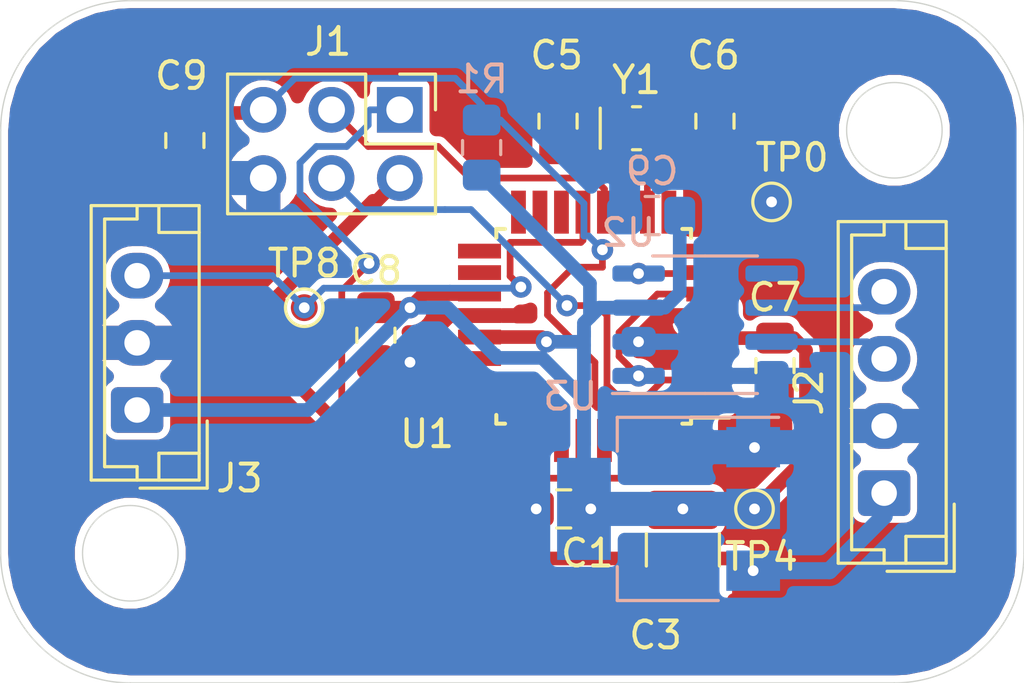
<source format=kicad_pcb>
(kicad_pcb (version 20171130) (host pcbnew "(5.1.4)-1")

  (general
    (thickness 1.6)
    (drawings 12)
    (tracks 167)
    (zones 0)
    (modules 19)
    (nets 34)
  )

  (page A4)
  (layers
    (0 F.Cu signal)
    (31 B.Cu signal)
    (32 B.Adhes user hide)
    (33 F.Adhes user hide)
    (34 B.Paste user hide)
    (35 F.Paste user hide)
    (36 B.SilkS user)
    (37 F.SilkS user)
    (38 B.Mask user hide)
    (39 F.Mask user hide)
    (40 Dwgs.User user hide)
    (41 Cmts.User user hide)
    (42 Eco1.User user hide)
    (43 Eco2.User user hide)
    (44 Edge.Cuts user)
    (45 Margin user hide)
    (46 B.CrtYd user)
    (47 F.CrtYd user hide)
    (48 B.Fab user hide)
    (49 F.Fab user hide)
  )

  (setup
    (last_trace_width 0.25)
    (user_trace_width 0.508)
    (user_trace_width 0.635)
    (user_trace_width 1.27)
    (trace_clearance 0.2)
    (zone_clearance 0.254)
    (zone_45_only no)
    (trace_min 0.2286)
    (via_size 0.8)
    (via_drill 0.4)
    (via_min_size 0.2286)
    (via_min_drill 0.3)
    (uvia_size 0.3)
    (uvia_drill 0.1)
    (uvias_allowed no)
    (uvia_min_size 0.2)
    (uvia_min_drill 0.1)
    (edge_width 0.05)
    (segment_width 0.2)
    (pcb_text_width 0.3)
    (pcb_text_size 1.5 1.5)
    (mod_edge_width 0.12)
    (mod_text_size 1 1)
    (mod_text_width 0.15)
    (pad_size 1.524 1.524)
    (pad_drill 0.762)
    (pad_to_mask_clearance 0.051)
    (solder_mask_min_width 0.25)
    (aux_axis_origin 0 0)
    (visible_elements 7FFFFFFF)
    (pcbplotparams
      (layerselection 0x010fc_ffffffff)
      (usegerberextensions false)
      (usegerberattributes false)
      (usegerberadvancedattributes false)
      (creategerberjobfile false)
      (excludeedgelayer true)
      (linewidth 0.100000)
      (plotframeref false)
      (viasonmask false)
      (mode 1)
      (useauxorigin false)
      (hpglpennumber 1)
      (hpglpenspeed 20)
      (hpglpendiameter 15.000000)
      (psnegative false)
      (psa4output false)
      (plotreference true)
      (plotvalue true)
      (plotinvisibletext false)
      (padsonsilk false)
      (subtractmaskfromsilk false)
      (outputformat 1)
      (mirror false)
      (drillshape 0)
      (scaleselection 1)
      (outputdirectory "./"))
  )

  (net 0 "")
  (net 1 "Net-(U1-Pad32)")
  (net 2 "Net-(U1-Pad30)")
  (net 3 "Net-(U1-Pad29)")
  (net 4 "Net-(U1-Pad27)")
  (net 5 "Net-(U1-Pad26)")
  (net 6 "Net-(U1-Pad25)")
  (net 7 "Net-(U1-Pad24)")
  (net 8 "Net-(U1-Pad23)")
  (net 9 "Net-(U1-Pad22)")
  (net 10 Earth)
  (net 11 +5V)
  (net 12 "Net-(U1-Pad16)")
  (net 13 "Net-(U1-Pad15)")
  (net 14 "Net-(U1-Pad14)")
  (net 15 "Net-(U1-Pad3)")
  (net 16 CANH)
  (net 17 CANL)
  (net 18 "Net-(U2-Pad5)")
  (net 19 UIN)
  (net 20 /XTAL2)
  (net 21 /XTAL1)
  (net 22 /RESET)
  (net 23 /MOSI_A)
  (net 24 /SCK_A)
  (net 25 /MISO_A)
  (net 26 /CANRX)
  (net 27 /CANTX)
  (net 28 OUTPUT+)
  (net 29 "Net-(U1-Pad28)")
  (net 30 "Net-(U1-Pad18)")
  (net 31 "Net-(U1-Pad17)")
  (net 32 "Net-(U1-Pad9)")
  (net 33 "Net-(U1-Pad8)")

  (net_class Default "This is the default net class."
    (clearance 0.2)
    (trace_width 0.25)
    (via_dia 0.8)
    (via_drill 0.4)
    (uvia_dia 0.3)
    (uvia_drill 0.1)
    (add_net +5V)
    (add_net /CANRX)
    (add_net /CANTX)
    (add_net /MISO_A)
    (add_net /MOSI_A)
    (add_net /RESET)
    (add_net /SCK_A)
    (add_net /XTAL1)
    (add_net /XTAL2)
    (add_net CANH)
    (add_net CANL)
    (add_net Earth)
    (add_net "Net-(U1-Pad14)")
    (add_net "Net-(U1-Pad15)")
    (add_net "Net-(U1-Pad16)")
    (add_net "Net-(U1-Pad17)")
    (add_net "Net-(U1-Pad18)")
    (add_net "Net-(U1-Pad22)")
    (add_net "Net-(U1-Pad23)")
    (add_net "Net-(U1-Pad24)")
    (add_net "Net-(U1-Pad25)")
    (add_net "Net-(U1-Pad26)")
    (add_net "Net-(U1-Pad27)")
    (add_net "Net-(U1-Pad28)")
    (add_net "Net-(U1-Pad29)")
    (add_net "Net-(U1-Pad3)")
    (add_net "Net-(U1-Pad30)")
    (add_net "Net-(U1-Pad32)")
    (add_net "Net-(U1-Pad8)")
    (add_net "Net-(U1-Pad9)")
    (add_net "Net-(U2-Pad5)")
    (add_net OUTPUT+)
    (add_net UIN)
  )

  (module Connector_JST:JST_EH_B3B-EH-A_1x03_P2.50mm_Vertical (layer F.Cu) (tedit 5C28142C) (tstamp 5E3A2255)
    (at 17.78 27.94 90)
    (descr "JST EH series connector, B3B-EH-A (http://www.jst-mfg.com/product/pdf/eng/eEH.pdf), generated with kicad-footprint-generator")
    (tags "connector JST EH vertical")
    (path /5E3A0654)
    (fp_text reference J3 (at -2.54 3.81 180) (layer F.SilkS)
      (effects (font (size 1 1) (thickness 0.15)))
    )
    (fp_text value Conn_01x03_Male (at 2.5 3.4 90) (layer F.Fab)
      (effects (font (size 1 1) (thickness 0.15)))
    )
    (fp_text user %R (at 2.5 1.5 90) (layer F.Fab)
      (effects (font (size 1 1) (thickness 0.15)))
    )
    (fp_line (start -2.91 2.61) (end -0.41 2.61) (layer F.Fab) (width 0.1))
    (fp_line (start -2.91 0.11) (end -2.91 2.61) (layer F.Fab) (width 0.1))
    (fp_line (start -2.91 2.61) (end -0.41 2.61) (layer F.SilkS) (width 0.12))
    (fp_line (start -2.91 0.11) (end -2.91 2.61) (layer F.SilkS) (width 0.12))
    (fp_line (start 6.61 0.81) (end 6.61 2.31) (layer F.SilkS) (width 0.12))
    (fp_line (start 7.61 0.81) (end 6.61 0.81) (layer F.SilkS) (width 0.12))
    (fp_line (start -1.61 0.81) (end -1.61 2.31) (layer F.SilkS) (width 0.12))
    (fp_line (start -2.61 0.81) (end -1.61 0.81) (layer F.SilkS) (width 0.12))
    (fp_line (start 7.11 0) (end 7.61 0) (layer F.SilkS) (width 0.12))
    (fp_line (start 7.11 -1.21) (end 7.11 0) (layer F.SilkS) (width 0.12))
    (fp_line (start -2.11 -1.21) (end 7.11 -1.21) (layer F.SilkS) (width 0.12))
    (fp_line (start -2.11 0) (end -2.11 -1.21) (layer F.SilkS) (width 0.12))
    (fp_line (start -2.61 0) (end -2.11 0) (layer F.SilkS) (width 0.12))
    (fp_line (start 7.61 -1.71) (end -2.61 -1.71) (layer F.SilkS) (width 0.12))
    (fp_line (start 7.61 2.31) (end 7.61 -1.71) (layer F.SilkS) (width 0.12))
    (fp_line (start -2.61 2.31) (end 7.61 2.31) (layer F.SilkS) (width 0.12))
    (fp_line (start -2.61 -1.71) (end -2.61 2.31) (layer F.SilkS) (width 0.12))
    (fp_line (start 8 -2.1) (end -3 -2.1) (layer F.CrtYd) (width 0.05))
    (fp_line (start 8 2.7) (end 8 -2.1) (layer F.CrtYd) (width 0.05))
    (fp_line (start -3 2.7) (end 8 2.7) (layer F.CrtYd) (width 0.05))
    (fp_line (start -3 -2.1) (end -3 2.7) (layer F.CrtYd) (width 0.05))
    (fp_line (start 7.5 -1.6) (end -2.5 -1.6) (layer F.Fab) (width 0.1))
    (fp_line (start 7.5 2.2) (end 7.5 -1.6) (layer F.Fab) (width 0.1))
    (fp_line (start -2.5 2.2) (end 7.5 2.2) (layer F.Fab) (width 0.1))
    (fp_line (start -2.5 -1.6) (end -2.5 2.2) (layer F.Fab) (width 0.1))
    (pad 3 thru_hole oval (at 5 0 90) (size 1.7 1.95) (drill 0.95) (layers *.Cu *.Mask)
      (net 28 OUTPUT+))
    (pad 2 thru_hole oval (at 2.5 0 90) (size 1.7 1.95) (drill 0.95) (layers *.Cu *.Mask)
      (net 10 Earth))
    (pad 1 thru_hole roundrect (at 0 0 90) (size 1.7 1.95) (drill 0.95) (layers *.Cu *.Mask) (roundrect_rratio 0.147059)
      (net 11 +5V))
    (model ${KISYS3DMOD}/Connector_JST.3dshapes/JST_EH_B3B-EH-A_1x03_P2.50mm_Vertical.wrl
      (at (xyz 0 0 0))
      (scale (xyz 1 1 1))
      (rotate (xyz 0 0 0))
    )
  )

  (module Crystal:Crystal_SMD_MicroCrystal_CC8V-T1A-2Pin_2.0x1.2mm (layer F.Cu) (tedit 5D24C0DC) (tstamp 5E2BC9A7)
    (at 36.3728 17.4498)
    (descr "SMD Crystal MicroCrystal CC8V-T1A/CM8V-T1A series https://www.microcrystal.com/fileadmin/Media/Products/32kHz/Datasheet/CC8V-T1A.pdf, 2.0x1.2mm^2 package")
    (tags "SMD SMT crystal")
    (path /5E2084F5)
    (attr smd)
    (fp_text reference Y1 (at 0 -1.8) (layer F.SilkS)
      (effects (font (size 1 1) (thickness 0.15)))
    )
    (fp_text value Crystal (at 0 1.8) (layer F.Fab)
      (effects (font (size 1 1) (thickness 0.15)))
    )
    (fp_line (start 1.4 -1) (end -1.4 -1) (layer F.CrtYd) (width 0.05))
    (fp_line (start 1.4 1) (end 1.4 -1) (layer F.CrtYd) (width 0.05))
    (fp_line (start -1.4 1) (end 1.4 1) (layer F.CrtYd) (width 0.05))
    (fp_line (start -1.4 -1) (end -1.4 1) (layer F.CrtYd) (width 0.05))
    (fp_line (start -1.35 -0.75) (end -1.35 0.75) (layer F.SilkS) (width 0.12))
    (fp_line (start -0.15 0.8) (end 0.15 0.8) (layer F.SilkS) (width 0.12))
    (fp_line (start -0.15 -0.8) (end 0.15 -0.8) (layer F.SilkS) (width 0.12))
    (fp_line (start -1 0.1) (end -0.5 0.6) (layer F.Fab) (width 0.1))
    (fp_line (start 1 -0.6) (end -1 -0.6) (layer F.Fab) (width 0.1))
    (fp_line (start 1 0.6) (end 1 -0.6) (layer F.Fab) (width 0.1))
    (fp_line (start -1 0.6) (end 1 0.6) (layer F.Fab) (width 0.1))
    (fp_line (start -1 -0.6) (end -1 0.6) (layer F.Fab) (width 0.1))
    (fp_text user %R (at 0 0) (layer F.Fab)
      (effects (font (size 0.5 0.5) (thickness 0.075)))
    )
    (pad 2 smd rect (at 0.75 0) (size 0.8 1.5) (layers F.Cu F.Paste F.Mask)
      (net 21 /XTAL1))
    (pad 1 smd rect (at -0.75 0) (size 0.8 1.5) (layers F.Cu F.Paste F.Mask)
      (net 20 /XTAL2))
    (model ${KISYS3DMOD}/Crystal.3dshapes/Crystal_SMD_MicroCrystal_CC8V-T1A-2Pin_2.0x1.2mm.wrl
      (at (xyz 0 0 0))
      (scale (xyz 1 1 1))
      (rotate (xyz 0 0 0))
    )
  )

  (module Connector_JST:JST_EH_B4B-EH-A_1x04_P2.50mm_Vertical (layer F.Cu) (tedit 5C28142C) (tstamp 5E2BCA00)
    (at 45.593 31.035 90)
    (descr "JST EH series connector, B4B-EH-A (http://www.jst-mfg.com/product/pdf/eng/eEH.pdf), generated with kicad-footprint-generator")
    (tags "connector JST EH vertical")
    (path /5E2C44CB)
    (fp_text reference J2 (at 3.75 -2.8 90) (layer F.SilkS)
      (effects (font (size 1 1) (thickness 0.15)))
    )
    (fp_text value Conn_01x04_Male (at 3.75 3.4 90) (layer F.Fab)
      (effects (font (size 1 1) (thickness 0.15)))
    )
    (fp_text user %R (at 3.75 1.5 90) (layer F.Fab)
      (effects (font (size 1 1) (thickness 0.15)))
    )
    (fp_line (start -2.91 2.61) (end -0.41 2.61) (layer F.Fab) (width 0.1))
    (fp_line (start -2.91 0.11) (end -2.91 2.61) (layer F.Fab) (width 0.1))
    (fp_line (start -2.91 2.61) (end -0.41 2.61) (layer F.SilkS) (width 0.12))
    (fp_line (start -2.91 0.11) (end -2.91 2.61) (layer F.SilkS) (width 0.12))
    (fp_line (start 9.11 0.81) (end 9.11 2.31) (layer F.SilkS) (width 0.12))
    (fp_line (start 10.11 0.81) (end 9.11 0.81) (layer F.SilkS) (width 0.12))
    (fp_line (start -1.61 0.81) (end -1.61 2.31) (layer F.SilkS) (width 0.12))
    (fp_line (start -2.61 0.81) (end -1.61 0.81) (layer F.SilkS) (width 0.12))
    (fp_line (start 9.61 0) (end 10.11 0) (layer F.SilkS) (width 0.12))
    (fp_line (start 9.61 -1.21) (end 9.61 0) (layer F.SilkS) (width 0.12))
    (fp_line (start -2.11 -1.21) (end 9.61 -1.21) (layer F.SilkS) (width 0.12))
    (fp_line (start -2.11 0) (end -2.11 -1.21) (layer F.SilkS) (width 0.12))
    (fp_line (start -2.61 0) (end -2.11 0) (layer F.SilkS) (width 0.12))
    (fp_line (start 10.11 -1.71) (end -2.61 -1.71) (layer F.SilkS) (width 0.12))
    (fp_line (start 10.11 2.31) (end 10.11 -1.71) (layer F.SilkS) (width 0.12))
    (fp_line (start -2.61 2.31) (end 10.11 2.31) (layer F.SilkS) (width 0.12))
    (fp_line (start -2.61 -1.71) (end -2.61 2.31) (layer F.SilkS) (width 0.12))
    (fp_line (start 10.5 -2.1) (end -3 -2.1) (layer F.CrtYd) (width 0.05))
    (fp_line (start 10.5 2.7) (end 10.5 -2.1) (layer F.CrtYd) (width 0.05))
    (fp_line (start -3 2.7) (end 10.5 2.7) (layer F.CrtYd) (width 0.05))
    (fp_line (start -3 -2.1) (end -3 2.7) (layer F.CrtYd) (width 0.05))
    (fp_line (start 10 -1.6) (end -2.5 -1.6) (layer F.Fab) (width 0.1))
    (fp_line (start 10 2.2) (end 10 -1.6) (layer F.Fab) (width 0.1))
    (fp_line (start -2.5 2.2) (end 10 2.2) (layer F.Fab) (width 0.1))
    (fp_line (start -2.5 -1.6) (end -2.5 2.2) (layer F.Fab) (width 0.1))
    (pad 4 thru_hole oval (at 7.5 0 90) (size 1.7 1.95) (drill 0.95) (layers *.Cu *.Mask)
      (net 17 CANL))
    (pad 3 thru_hole oval (at 5 0 90) (size 1.7 1.95) (drill 0.95) (layers *.Cu *.Mask)
      (net 16 CANH))
    (pad 2 thru_hole oval (at 2.5 0 90) (size 1.7 1.95) (drill 0.95) (layers *.Cu *.Mask)
      (net 10 Earth))
    (pad 1 thru_hole roundrect (at 0 0 90) (size 1.7 1.95) (drill 0.95) (layers *.Cu *.Mask) (roundrect_rratio 0.147059)
      (net 19 UIN))
    (model ${KISYS3DMOD}/Connector_JST.3dshapes/JST_EH_B4B-EH-A_1x04_P2.50mm_Vertical.wrl
      (at (xyz 0 0 0))
      (scale (xyz 1 1 1))
      (rotate (xyz 0 0 0))
    )
  )

  (module Capacitor_SMD:C_0805_2012Metric_Pad1.15x1.40mm_HandSolder (layer B.Cu) (tedit 5B36C52B) (tstamp 5E34CCA2)
    (at 36.957 20.701 180)
    (descr "Capacitor SMD 0805 (2012 Metric), square (rectangular) end terminal, IPC_7351 nominal with elongated pad for handsoldering. (Body size source: https://docs.google.com/spreadsheets/d/1BsfQQcO9C6DZCsRaXUlFlo91Tg2WpOkGARC1WS5S8t0/edit?usp=sharing), generated with kicad-footprint-generator")
    (tags "capacitor handsolder")
    (path /5E352D2F)
    (attr smd)
    (fp_text reference C9 (at 0 1.65) (layer B.SilkS)
      (effects (font (size 1 1) (thickness 0.15)) (justify mirror))
    )
    (fp_text value 100n (at 0 -1.65) (layer B.Fab)
      (effects (font (size 1 1) (thickness 0.15)) (justify mirror))
    )
    (fp_text user %R (at 0 0) (layer B.Fab)
      (effects (font (size 0.5 0.5) (thickness 0.08)) (justify mirror))
    )
    (fp_line (start 1.85 -0.95) (end -1.85 -0.95) (layer B.CrtYd) (width 0.05))
    (fp_line (start 1.85 0.95) (end 1.85 -0.95) (layer B.CrtYd) (width 0.05))
    (fp_line (start -1.85 0.95) (end 1.85 0.95) (layer B.CrtYd) (width 0.05))
    (fp_line (start -1.85 -0.95) (end -1.85 0.95) (layer B.CrtYd) (width 0.05))
    (fp_line (start -0.261252 -0.71) (end 0.261252 -0.71) (layer B.SilkS) (width 0.12))
    (fp_line (start -0.261252 0.71) (end 0.261252 0.71) (layer B.SilkS) (width 0.12))
    (fp_line (start 1 -0.6) (end -1 -0.6) (layer B.Fab) (width 0.1))
    (fp_line (start 1 0.6) (end 1 -0.6) (layer B.Fab) (width 0.1))
    (fp_line (start -1 0.6) (end 1 0.6) (layer B.Fab) (width 0.1))
    (fp_line (start -1 -0.6) (end -1 0.6) (layer B.Fab) (width 0.1))
    (pad 2 smd roundrect (at 1.025 0 180) (size 1.15 1.4) (layers B.Cu B.Paste B.Mask) (roundrect_rratio 0.217391)
      (net 10 Earth))
    (pad 1 smd roundrect (at -1.025 0 180) (size 1.15 1.4) (layers B.Cu B.Paste B.Mask) (roundrect_rratio 0.217391)
      (net 11 +5V))
    (model ${KISYS3DMOD}/Capacitor_SMD.3dshapes/C_0805_2012Metric.wrl
      (at (xyz 0 0 0))
      (scale (xyz 1 1 1))
      (rotate (xyz 0 0 0))
    )
  )

  (module Package_TO_SOT_SMD:SOT-223-3_TabPin2 (layer B.Cu) (tedit 5A02FF57) (tstamp 5E2BC966)
    (at 37.567 31.623 180)
    (descr "module CMS SOT223 4 pins")
    (tags "CMS SOT")
    (path /5E2873C8)
    (attr smd)
    (fp_text reference U3 (at 3.658 4.191) (layer B.SilkS)
      (effects (font (size 1 1) (thickness 0.15)) (justify mirror))
    )
    (fp_text value NCP1117-5V (at 0 -4.5) (layer B.Fab)
      (effects (font (size 1 1) (thickness 0.15)) (justify mirror))
    )
    (fp_line (start 1.85 3.35) (end 1.85 -3.35) (layer B.Fab) (width 0.1))
    (fp_line (start -1.85 -3.35) (end 1.85 -3.35) (layer B.Fab) (width 0.1))
    (fp_line (start -4.1 3.41) (end 1.91 3.41) (layer B.SilkS) (width 0.12))
    (fp_line (start -0.85 3.35) (end 1.85 3.35) (layer B.Fab) (width 0.1))
    (fp_line (start -1.85 -3.41) (end 1.91 -3.41) (layer B.SilkS) (width 0.12))
    (fp_line (start -1.85 2.35) (end -1.85 -3.35) (layer B.Fab) (width 0.1))
    (fp_line (start -1.85 2.35) (end -0.85 3.35) (layer B.Fab) (width 0.1))
    (fp_line (start -4.4 3.6) (end -4.4 -3.6) (layer B.CrtYd) (width 0.05))
    (fp_line (start -4.4 -3.6) (end 4.4 -3.6) (layer B.CrtYd) (width 0.05))
    (fp_line (start 4.4 -3.6) (end 4.4 3.6) (layer B.CrtYd) (width 0.05))
    (fp_line (start 4.4 3.6) (end -4.4 3.6) (layer B.CrtYd) (width 0.05))
    (fp_line (start 1.91 3.41) (end 1.91 2.15) (layer B.SilkS) (width 0.12))
    (fp_line (start 1.91 -3.41) (end 1.91 -2.15) (layer B.SilkS) (width 0.12))
    (fp_text user %R (at 0 0 270) (layer B.Fab)
      (effects (font (size 0.8 0.8) (thickness 0.12)) (justify mirror))
    )
    (pad 1 smd rect (at -3.15 2.3 180) (size 2 1.5) (layers B.Cu B.Paste B.Mask)
      (net 10 Earth))
    (pad 3 smd rect (at -3.15 -2.3 180) (size 2 1.5) (layers B.Cu B.Paste B.Mask)
      (net 19 UIN))
    (pad 2 smd rect (at -3.15 0 180) (size 2 1.5) (layers B.Cu B.Paste B.Mask)
      (net 11 +5V))
    (pad 2 smd rect (at 3.15 0 180) (size 2 3.8) (layers B.Cu B.Paste B.Mask)
      (net 11 +5V))
    (model ${KISYS3DMOD}/Package_TO_SOT_SMD.3dshapes/SOT-223.wrl
      (at (xyz 0 0 0))
      (scale (xyz 1 1 1))
      (rotate (xyz 0 0 0))
    )
  )

  (module Package_QFP:TQFP-32_7x7mm_P0.8mm (layer F.Cu) (tedit 5A02F146) (tstamp 5E2BC8E5)
    (at 34.779 24.824 180)
    (descr "32-Lead Plastic Thin Quad Flatpack (PT) - 7x7x1.0 mm Body, 2.00 mm [TQFP] (see Microchip Packaging Specification 00000049BS.pdf)")
    (tags "QFP 0.8")
    (path /5E1F74CB)
    (attr smd)
    (fp_text reference U1 (at 6.204 -4.005) (layer F.SilkS)
      (effects (font (size 1 1) (thickness 0.15)))
    )
    (fp_text value ATmega16M1-AU (at 0 6.05) (layer F.Fab)
      (effects (font (size 1 1) (thickness 0.15)))
    )
    (fp_line (start -3.625 -3.4) (end -5.05 -3.4) (layer F.SilkS) (width 0.15))
    (fp_line (start 3.625 -3.625) (end 3.3 -3.625) (layer F.SilkS) (width 0.15))
    (fp_line (start 3.625 3.625) (end 3.3 3.625) (layer F.SilkS) (width 0.15))
    (fp_line (start -3.625 3.625) (end -3.3 3.625) (layer F.SilkS) (width 0.15))
    (fp_line (start -3.625 -3.625) (end -3.3 -3.625) (layer F.SilkS) (width 0.15))
    (fp_line (start -3.625 3.625) (end -3.625 3.3) (layer F.SilkS) (width 0.15))
    (fp_line (start 3.625 3.625) (end 3.625 3.3) (layer F.SilkS) (width 0.15))
    (fp_line (start 3.625 -3.625) (end 3.625 -3.3) (layer F.SilkS) (width 0.15))
    (fp_line (start -3.625 -3.625) (end -3.625 -3.4) (layer F.SilkS) (width 0.15))
    (fp_line (start -5.3 5.3) (end 5.3 5.3) (layer F.CrtYd) (width 0.05))
    (fp_line (start -5.3 -5.3) (end 5.3 -5.3) (layer F.CrtYd) (width 0.05))
    (fp_line (start 5.3 -5.3) (end 5.3 5.3) (layer F.CrtYd) (width 0.05))
    (fp_line (start -5.3 -5.3) (end -5.3 5.3) (layer F.CrtYd) (width 0.05))
    (fp_line (start -3.5 -2.5) (end -2.5 -3.5) (layer F.Fab) (width 0.15))
    (fp_line (start -3.5 3.5) (end -3.5 -2.5) (layer F.Fab) (width 0.15))
    (fp_line (start 3.5 3.5) (end -3.5 3.5) (layer F.Fab) (width 0.15))
    (fp_line (start 3.5 -3.5) (end 3.5 3.5) (layer F.Fab) (width 0.15))
    (fp_line (start -2.5 -3.5) (end 3.5 -3.5) (layer F.Fab) (width 0.15))
    (fp_text user %R (at 0 0) (layer F.Fab)
      (effects (font (size 1 1) (thickness 0.15)))
    )
    (pad 32 smd rect (at -2.8 -4.25 270) (size 1.6 0.55) (layers F.Cu F.Paste F.Mask)
      (net 1 "Net-(U1-Pad32)"))
    (pad 31 smd rect (at -2 -4.25 270) (size 1.6 0.55) (layers F.Cu F.Paste F.Mask)
      (net 22 /RESET))
    (pad 30 smd rect (at -1.2 -4.25 270) (size 1.6 0.55) (layers F.Cu F.Paste F.Mask)
      (net 2 "Net-(U1-Pad30)"))
    (pad 29 smd rect (at -0.4 -4.25 270) (size 1.6 0.55) (layers F.Cu F.Paste F.Mask)
      (net 3 "Net-(U1-Pad29)"))
    (pad 28 smd rect (at 0.4 -4.25 270) (size 1.6 0.55) (layers F.Cu F.Paste F.Mask)
      (net 29 "Net-(U1-Pad28)"))
    (pad 27 smd rect (at 1.2 -4.25 270) (size 1.6 0.55) (layers F.Cu F.Paste F.Mask)
      (net 4 "Net-(U1-Pad27)"))
    (pad 26 smd rect (at 2 -4.25 270) (size 1.6 0.55) (layers F.Cu F.Paste F.Mask)
      (net 5 "Net-(U1-Pad26)"))
    (pad 25 smd rect (at 2.8 -4.25 270) (size 1.6 0.55) (layers F.Cu F.Paste F.Mask)
      (net 6 "Net-(U1-Pad25)"))
    (pad 24 smd rect (at 4.25 -2.8 180) (size 1.6 0.55) (layers F.Cu F.Paste F.Mask)
      (net 7 "Net-(U1-Pad24)"))
    (pad 23 smd rect (at 4.25 -2 180) (size 1.6 0.55) (layers F.Cu F.Paste F.Mask)
      (net 8 "Net-(U1-Pad23)"))
    (pad 22 smd rect (at 4.25 -1.2 180) (size 1.6 0.55) (layers F.Cu F.Paste F.Mask)
      (net 9 "Net-(U1-Pad22)"))
    (pad 21 smd rect (at 4.25 -0.4 180) (size 1.6 0.55) (layers F.Cu F.Paste F.Mask)
      (net 11 +5V))
    (pad 20 smd rect (at 4.25 0.4 180) (size 1.6 0.55) (layers F.Cu F.Paste F.Mask)
      (net 10 Earth))
    (pad 19 smd rect (at 4.25 1.2 180) (size 1.6 0.55) (layers F.Cu F.Paste F.Mask)
      (net 11 +5V))
    (pad 18 smd rect (at 4.25 2 180) (size 1.6 0.55) (layers F.Cu F.Paste F.Mask)
      (net 30 "Net-(U1-Pad18)"))
    (pad 17 smd rect (at 4.25 2.8 180) (size 1.6 0.55) (layers F.Cu F.Paste F.Mask)
      (net 31 "Net-(U1-Pad17)"))
    (pad 16 smd rect (at 2.8 4.25 270) (size 1.6 0.55) (layers F.Cu F.Paste F.Mask)
      (net 12 "Net-(U1-Pad16)"))
    (pad 15 smd rect (at 2 4.25 270) (size 1.6 0.55) (layers F.Cu F.Paste F.Mask)
      (net 13 "Net-(U1-Pad15)"))
    (pad 14 smd rect (at 1.2 4.25 270) (size 1.6 0.55) (layers F.Cu F.Paste F.Mask)
      (net 14 "Net-(U1-Pad14)"))
    (pad 13 smd rect (at 0.4 4.25 270) (size 1.6 0.55) (layers F.Cu F.Paste F.Mask)
      (net 28 OUTPUT+))
    (pad 12 smd rect (at -0.4 4.25 270) (size 1.6 0.55) (layers F.Cu F.Paste F.Mask)
      (net 24 /SCK_A))
    (pad 11 smd rect (at -1.2 4.25 270) (size 1.6 0.55) (layers F.Cu F.Paste F.Mask)
      (net 20 /XTAL2))
    (pad 10 smd rect (at -2 4.25 270) (size 1.6 0.55) (layers F.Cu F.Paste F.Mask)
      (net 21 /XTAL1))
    (pad 9 smd rect (at -2.8 4.25 270) (size 1.6 0.55) (layers F.Cu F.Paste F.Mask)
      (net 32 "Net-(U1-Pad9)"))
    (pad 8 smd rect (at -4.25 2.8 180) (size 1.6 0.55) (layers F.Cu F.Paste F.Mask)
      (net 33 "Net-(U1-Pad8)"))
    (pad 7 smd rect (at -4.25 2 180) (size 1.6 0.55) (layers F.Cu F.Paste F.Mask)
      (net 26 /CANRX))
    (pad 6 smd rect (at -4.25 1.2 180) (size 1.6 0.55) (layers F.Cu F.Paste F.Mask)
      (net 27 /CANTX))
    (pad 5 smd rect (at -4.25 0.4 180) (size 1.6 0.55) (layers F.Cu F.Paste F.Mask)
      (net 10 Earth))
    (pad 4 smd rect (at -4.25 -0.4 180) (size 1.6 0.55) (layers F.Cu F.Paste F.Mask)
      (net 11 +5V))
    (pad 3 smd rect (at -4.25 -1.2 180) (size 1.6 0.55) (layers F.Cu F.Paste F.Mask)
      (net 15 "Net-(U1-Pad3)"))
    (pad 2 smd rect (at -4.25 -2 180) (size 1.6 0.55) (layers F.Cu F.Paste F.Mask)
      (net 23 /MOSI_A))
    (pad 1 smd rect (at -4.25 -2.8 180) (size 1.6 0.55) (layers F.Cu F.Paste F.Mask)
      (net 25 /MISO_A))
    (model ${KISYS3DMOD}/Package_QFP.3dshapes/TQFP-32_7x7mm_P0.8mm.wrl
      (at (xyz 0 0 0))
      (scale (xyz 1 1 1))
      (rotate (xyz 0 0 0))
    )
  )

  (module TestPoint:TestPoint_Pad_D1.0mm (layer F.Cu) (tedit 5A0F774F) (tstamp 5E2BCAAE)
    (at 24.003 24.13)
    (descr "SMD pad as test Point, diameter 1.0mm")
    (tags "test point SMD pad")
    (path /5E2B9E39)
    (attr virtual)
    (fp_text reference TP8 (at 0 -1.651) (layer F.SilkS)
      (effects (font (size 1 1) (thickness 0.15)))
    )
    (fp_text value TestPoint (at 0 1.55) (layer F.Fab)
      (effects (font (size 1 1) (thickness 0.15)))
    )
    (fp_circle (center 0 0) (end 0 0.7) (layer F.SilkS) (width 0.12))
    (fp_circle (center 0 0) (end 1 0) (layer F.CrtYd) (width 0.05))
    (fp_text user %R (at 0 -1.45) (layer F.Fab)
      (effects (font (size 1 1) (thickness 0.15)))
    )
    (pad 1 smd circle (at 0 0) (size 1 1) (layers F.Cu F.Mask)
      (net 28 OUTPUT+))
  )

  (module Package_SO:SOIC-8_3.9x4.9mm_P1.27mm (layer B.Cu) (tedit 5D9F72B1) (tstamp 5E2BCA75)
    (at 38.927 24.765)
    (descr "SOIC, 8 Pin (JEDEC MS-012AA, https://www.analog.com/media/en/package-pcb-resources/package/pkg_pdf/soic_narrow-r/r_8.pdf), generated with kicad-footprint-generator ipc_gullwing_generator.py")
    (tags "SOIC SO")
    (path /5E22B0D8)
    (attr smd)
    (fp_text reference U2 (at -2.859 -3.429) (layer B.SilkS)
      (effects (font (size 1 1) (thickness 0.15)) (justify mirror))
    )
    (fp_text value TJA1051T (at 0 -3.4) (layer B.Fab)
      (effects (font (size 1 1) (thickness 0.15)) (justify mirror))
    )
    (fp_text user %R (at 0 0) (layer B.Fab)
      (effects (font (size 0.98 0.98) (thickness 0.15)) (justify mirror))
    )
    (fp_line (start 3.7 2.7) (end -3.7 2.7) (layer B.CrtYd) (width 0.05))
    (fp_line (start 3.7 -2.7) (end 3.7 2.7) (layer B.CrtYd) (width 0.05))
    (fp_line (start -3.7 -2.7) (end 3.7 -2.7) (layer B.CrtYd) (width 0.05))
    (fp_line (start -3.7 2.7) (end -3.7 -2.7) (layer B.CrtYd) (width 0.05))
    (fp_line (start -1.95 1.475) (end -0.975 2.45) (layer B.Fab) (width 0.1))
    (fp_line (start -1.95 -2.45) (end -1.95 1.475) (layer B.Fab) (width 0.1))
    (fp_line (start 1.95 -2.45) (end -1.95 -2.45) (layer B.Fab) (width 0.1))
    (fp_line (start 1.95 2.45) (end 1.95 -2.45) (layer B.Fab) (width 0.1))
    (fp_line (start -0.975 2.45) (end 1.95 2.45) (layer B.Fab) (width 0.1))
    (fp_line (start 0 2.56) (end -3.45 2.56) (layer B.SilkS) (width 0.12))
    (fp_line (start 0 2.56) (end 1.95 2.56) (layer B.SilkS) (width 0.12))
    (fp_line (start 0 -2.56) (end -1.95 -2.56) (layer B.SilkS) (width 0.12))
    (fp_line (start 0 -2.56) (end 1.95 -2.56) (layer B.SilkS) (width 0.12))
    (pad 8 smd roundrect (at 2.475 1.905) (size 1.95 0.6) (layers B.Cu B.Paste B.Mask) (roundrect_rratio 0.25)
      (net 10 Earth))
    (pad 7 smd roundrect (at 2.475 0.635) (size 1.95 0.6) (layers B.Cu B.Paste B.Mask) (roundrect_rratio 0.25)
      (net 16 CANH))
    (pad 6 smd roundrect (at 2.475 -0.635) (size 1.95 0.6) (layers B.Cu B.Paste B.Mask) (roundrect_rratio 0.25)
      (net 17 CANL))
    (pad 5 smd roundrect (at 2.475 -1.905) (size 1.95 0.6) (layers B.Cu B.Paste B.Mask) (roundrect_rratio 0.25)
      (net 18 "Net-(U2-Pad5)"))
    (pad 4 smd roundrect (at -2.475 -1.905) (size 1.95 0.6) (layers B.Cu B.Paste B.Mask) (roundrect_rratio 0.25)
      (net 26 /CANRX))
    (pad 3 smd roundrect (at -2.475 -0.635) (size 1.95 0.6) (layers B.Cu B.Paste B.Mask) (roundrect_rratio 0.25)
      (net 11 +5V))
    (pad 2 smd roundrect (at -2.475 0.635) (size 1.95 0.6) (layers B.Cu B.Paste B.Mask) (roundrect_rratio 0.25)
      (net 10 Earth))
    (pad 1 smd roundrect (at -2.475 1.905) (size 1.95 0.6) (layers B.Cu B.Paste B.Mask) (roundrect_rratio 0.25)
      (net 27 /CANTX))
    (model ${KISYS3DMOD}/Package_SO.3dshapes/SOIC-8_3.9x4.9mm_P1.27mm.wrl
      (at (xyz 0 0 0))
      (scale (xyz 1 1 1))
      (rotate (xyz 0 0 0))
    )
  )

  (module Capacitor_SMD:C_1210_3225Metric_Pad1.42x2.65mm_HandSolder (layer F.Cu) (tedit 5B301BBE) (tstamp 5E2BC88F)
    (at 38.1 33.147 270)
    (descr "Capacitor SMD 1210 (3225 Metric), square (rectangular) end terminal, IPC_7351 nominal with elongated pad for handsoldering. (Body size source: http://www.tortai-tech.com/upload/download/2011102023233369053.pdf), generated with kicad-footprint-generator")
    (tags "capacitor handsolder")
    (path /5E30557A)
    (attr smd)
    (fp_text reference C3 (at 3.175 1.016) (layer F.SilkS)
      (effects (font (size 1 1) (thickness 0.15)))
    )
    (fp_text value 100u (at 0 5.2 270) (layer F.Fab)
      (effects (font (size 1 1) (thickness 0.15)))
    )
    (fp_text user %R (at 0 0 270) (layer F.Fab)
      (effects (font (size 1 1) (thickness 0.15)))
    )
    (fp_line (start 2.45 1.58) (end -2.45 1.58) (layer F.CrtYd) (width 0.05))
    (fp_line (start 2.45 -1.58) (end 2.45 1.58) (layer F.CrtYd) (width 0.05))
    (fp_line (start -2.45 -1.58) (end 2.45 -1.58) (layer F.CrtYd) (width 0.05))
    (fp_line (start -2.45 1.58) (end -2.45 -1.58) (layer F.CrtYd) (width 0.05))
    (fp_line (start -0.602064 1.36) (end 0.602064 1.36) (layer F.SilkS) (width 0.12))
    (fp_line (start -0.602064 -1.36) (end 0.602064 -1.36) (layer F.SilkS) (width 0.12))
    (fp_line (start 1.6 1.25) (end -1.6 1.25) (layer F.Fab) (width 0.1))
    (fp_line (start 1.6 -1.25) (end 1.6 1.25) (layer F.Fab) (width 0.1))
    (fp_line (start -1.6 -1.25) (end 1.6 -1.25) (layer F.Fab) (width 0.1))
    (fp_line (start -1.6 1.25) (end -1.6 -1.25) (layer F.Fab) (width 0.1))
    (pad 2 smd roundrect (at 1.4875 0 270) (size 1.425 2.65) (layers F.Cu F.Paste F.Mask) (roundrect_rratio 0.175439)
      (net 10 Earth))
    (pad 1 smd roundrect (at -1.4875 0 270) (size 1.425 2.65) (layers F.Cu F.Paste F.Mask) (roundrect_rratio 0.175439)
      (net 11 +5V))
    (model ${KISYS3DMOD}/Capacitor_SMD.3dshapes/C_1210_3225Metric.wrl
      (at (xyz 0 0 0))
      (scale (xyz 1 1 1))
      (rotate (xyz 0 0 0))
    )
  )

  (module TestPoint:TestPoint_Pad_D1.0mm (layer F.Cu) (tedit 5A0F774F) (tstamp 5E2BCF52)
    (at 40.767 31.623)
    (descr "SMD pad as test Point, diameter 1.0mm")
    (tags "test point SMD pad")
    (path /5E2B0888)
    (attr virtual)
    (fp_text reference TP4 (at 0.254 1.778) (layer F.SilkS)
      (effects (font (size 1 1) (thickness 0.15)))
    )
    (fp_text value TestPoint (at 0 1.55) (layer F.Fab)
      (effects (font (size 1 1) (thickness 0.15)))
    )
    (fp_circle (center 0 0) (end 0 0.7) (layer F.SilkS) (width 0.12))
    (fp_circle (center 0 0) (end 1 0) (layer F.CrtYd) (width 0.05))
    (fp_text user %R (at 0 -1.45) (layer F.Fab)
      (effects (font (size 1 1) (thickness 0.15)))
    )
    (pad 1 smd circle (at 0 0) (size 1 1) (layers F.Cu F.Mask)
      (net 11 +5V))
  )

  (module TestPoint:TestPoint_Pad_D1.0mm (layer F.Cu) (tedit 5A0F774F) (tstamp 5E2BC7AE)
    (at 41.402 20.193)
    (descr "SMD pad as test Point, diameter 1.0mm")
    (tags "test point SMD pad")
    (path /5E2C6B9A)
    (attr virtual)
    (fp_text reference TP0 (at 0.762 -1.651) (layer F.SilkS)
      (effects (font (size 1 1) (thickness 0.15)))
    )
    (fp_text value TestPoint (at 0 1.55) (layer F.Fab)
      (effects (font (size 1 1) (thickness 0.15)))
    )
    (fp_circle (center 0 0) (end 0 0.7) (layer F.SilkS) (width 0.12))
    (fp_circle (center 0 0) (end 1 0) (layer F.CrtYd) (width 0.05))
    (fp_text user %R (at 0 -1.45) (layer F.Fab)
      (effects (font (size 1 1) (thickness 0.15)))
    )
    (pad 1 smd circle (at 0 0) (size 1 1) (layers F.Cu F.Mask)
      (net 10 Earth))
  )

  (module Resistor_SMD:R_0805_2012Metric_Pad1.15x1.40mm_HandSolder (layer B.Cu) (tedit 5B36C52B) (tstamp 5E2BD252)
    (at 30.607 18.17 90)
    (descr "Resistor SMD 0805 (2012 Metric), square (rectangular) end terminal, IPC_7351 nominal with elongated pad for handsoldering. (Body size source: https://docs.google.com/spreadsheets/d/1BsfQQcO9C6DZCsRaXUlFlo91Tg2WpOkGARC1WS5S8t0/edit?usp=sharing), generated with kicad-footprint-generator")
    (tags "resistor handsolder")
    (path /5E206CE8)
    (attr smd)
    (fp_text reference R1 (at 2.549 0 180) (layer B.SilkS)
      (effects (font (size 1 1) (thickness 0.15)) (justify mirror))
    )
    (fp_text value 10k (at 0 -1.65 90) (layer B.Fab)
      (effects (font (size 1 1) (thickness 0.15)) (justify mirror))
    )
    (fp_text user %R (at 0 0) (layer B.Fab)
      (effects (font (size 0.5 0.5) (thickness 0.08)) (justify mirror))
    )
    (fp_line (start 1.85 -0.95) (end -1.85 -0.95) (layer B.CrtYd) (width 0.05))
    (fp_line (start 1.85 0.95) (end 1.85 -0.95) (layer B.CrtYd) (width 0.05))
    (fp_line (start -1.85 0.95) (end 1.85 0.95) (layer B.CrtYd) (width 0.05))
    (fp_line (start -1.85 -0.95) (end -1.85 0.95) (layer B.CrtYd) (width 0.05))
    (fp_line (start -0.261252 -0.71) (end 0.261252 -0.71) (layer B.SilkS) (width 0.12))
    (fp_line (start -0.261252 0.71) (end 0.261252 0.71) (layer B.SilkS) (width 0.12))
    (fp_line (start 1 -0.6) (end -1 -0.6) (layer B.Fab) (width 0.1))
    (fp_line (start 1 0.6) (end 1 -0.6) (layer B.Fab) (width 0.1))
    (fp_line (start -1 0.6) (end 1 0.6) (layer B.Fab) (width 0.1))
    (fp_line (start -1 -0.6) (end -1 0.6) (layer B.Fab) (width 0.1))
    (pad 2 smd roundrect (at 1.025 0 90) (size 1.15 1.4) (layers B.Cu B.Paste B.Mask) (roundrect_rratio 0.217391)
      (net 22 /RESET))
    (pad 1 smd roundrect (at -1.025 0 90) (size 1.15 1.4) (layers B.Cu B.Paste B.Mask) (roundrect_rratio 0.217391)
      (net 11 +5V))
    (model ${KISYS3DMOD}/Resistor_SMD.3dshapes/R_0805_2012Metric.wrl
      (at (xyz 0 0 0))
      (scale (xyz 1 1 1))
      (rotate (xyz 0 0 0))
    )
  )

  (module Capacitor_SMD:C_0805_2012Metric_Pad1.15x1.40mm_HandSolder (layer F.Cu) (tedit 5B36C52B) (tstamp 5E2BC757)
    (at 33.664 31.623 180)
    (descr "Capacitor SMD 0805 (2012 Metric), square (rectangular) end terminal, IPC_7351 nominal with elongated pad for handsoldering. (Body size source: https://docs.google.com/spreadsheets/d/1BsfQQcO9C6DZCsRaXUlFlo91Tg2WpOkGARC1WS5S8t0/edit?usp=sharing), generated with kicad-footprint-generator")
    (tags "capacitor handsolder")
    (path /5E305574)
    (attr smd)
    (fp_text reference C1 (at -0.88 -1.651) (layer F.SilkS)
      (effects (font (size 1 1) (thickness 0.15)))
    )
    (fp_text value 100n (at 0 1.65) (layer F.Fab)
      (effects (font (size 1 1) (thickness 0.15)))
    )
    (fp_text user %R (at 0 0) (layer F.Fab)
      (effects (font (size 0.5 0.5) (thickness 0.08)))
    )
    (fp_line (start 1.85 0.95) (end -1.85 0.95) (layer F.CrtYd) (width 0.05))
    (fp_line (start 1.85 -0.95) (end 1.85 0.95) (layer F.CrtYd) (width 0.05))
    (fp_line (start -1.85 -0.95) (end 1.85 -0.95) (layer F.CrtYd) (width 0.05))
    (fp_line (start -1.85 0.95) (end -1.85 -0.95) (layer F.CrtYd) (width 0.05))
    (fp_line (start -0.261252 0.71) (end 0.261252 0.71) (layer F.SilkS) (width 0.12))
    (fp_line (start -0.261252 -0.71) (end 0.261252 -0.71) (layer F.SilkS) (width 0.12))
    (fp_line (start 1 0.6) (end -1 0.6) (layer F.Fab) (width 0.1))
    (fp_line (start 1 -0.6) (end 1 0.6) (layer F.Fab) (width 0.1))
    (fp_line (start -1 -0.6) (end 1 -0.6) (layer F.Fab) (width 0.1))
    (fp_line (start -1 0.6) (end -1 -0.6) (layer F.Fab) (width 0.1))
    (pad 2 smd roundrect (at 1.025 0 180) (size 1.15 1.4) (layers F.Cu F.Paste F.Mask) (roundrect_rratio 0.217391)
      (net 10 Earth))
    (pad 1 smd roundrect (at -1.025 0 180) (size 1.15 1.4) (layers F.Cu F.Paste F.Mask) (roundrect_rratio 0.217391)
      (net 11 +5V))
    (model ${KISYS3DMOD}/Capacitor_SMD.3dshapes/C_0805_2012Metric.wrl
      (at (xyz 0 0 0))
      (scale (xyz 1 1 1))
      (rotate (xyz 0 0 0))
    )
  )

  (module Capacitor_SMD:C_0805_2012Metric_Pad1.15x1.40mm_HandSolder (layer F.Cu) (tedit 5B36C52B) (tstamp 5E2BC727)
    (at 41.529 26.289 270)
    (descr "Capacitor SMD 0805 (2012 Metric), square (rectangular) end terminal, IPC_7351 nominal with elongated pad for handsoldering. (Body size source: https://docs.google.com/spreadsheets/d/1BsfQQcO9C6DZCsRaXUlFlo91Tg2WpOkGARC1WS5S8t0/edit?usp=sharing), generated with kicad-footprint-generator")
    (tags "capacitor handsolder")
    (path /5E36291A)
    (attr smd)
    (fp_text reference C7 (at -2.54 0 180) (layer F.SilkS)
      (effects (font (size 1 1) (thickness 0.15)))
    )
    (fp_text value 100n (at 0 1.65 90) (layer F.Fab)
      (effects (font (size 1 1) (thickness 0.15)))
    )
    (fp_text user %R (at 0 0 90) (layer F.Fab)
      (effects (font (size 0.5 0.5) (thickness 0.08)))
    )
    (fp_line (start 1.85 0.95) (end -1.85 0.95) (layer F.CrtYd) (width 0.05))
    (fp_line (start 1.85 -0.95) (end 1.85 0.95) (layer F.CrtYd) (width 0.05))
    (fp_line (start -1.85 -0.95) (end 1.85 -0.95) (layer F.CrtYd) (width 0.05))
    (fp_line (start -1.85 0.95) (end -1.85 -0.95) (layer F.CrtYd) (width 0.05))
    (fp_line (start -0.261252 0.71) (end 0.261252 0.71) (layer F.SilkS) (width 0.12))
    (fp_line (start -0.261252 -0.71) (end 0.261252 -0.71) (layer F.SilkS) (width 0.12))
    (fp_line (start 1 0.6) (end -1 0.6) (layer F.Fab) (width 0.1))
    (fp_line (start 1 -0.6) (end 1 0.6) (layer F.Fab) (width 0.1))
    (fp_line (start -1 -0.6) (end 1 -0.6) (layer F.Fab) (width 0.1))
    (fp_line (start -1 0.6) (end -1 -0.6) (layer F.Fab) (width 0.1))
    (pad 2 smd roundrect (at 1.025 0 270) (size 1.15 1.4) (layers F.Cu F.Paste F.Mask) (roundrect_rratio 0.217391)
      (net 10 Earth))
    (pad 1 smd roundrect (at -1.025 0 270) (size 1.15 1.4) (layers F.Cu F.Paste F.Mask) (roundrect_rratio 0.217391)
      (net 11 +5V))
    (model ${KISYS3DMOD}/Capacitor_SMD.3dshapes/C_0805_2012Metric.wrl
      (at (xyz 0 0 0))
      (scale (xyz 1 1 1))
      (rotate (xyz 0 0 0))
    )
  )

  (module Capacitor_SMD:C_0805_2012Metric_Pad1.15x1.40mm_HandSolder (layer F.Cu) (tedit 5B36C52B) (tstamp 5E2BC6F7)
    (at 26.67 25.155 270)
    (descr "Capacitor SMD 0805 (2012 Metric), square (rectangular) end terminal, IPC_7351 nominal with elongated pad for handsoldering. (Body size source: https://docs.google.com/spreadsheets/d/1BsfQQcO9C6DZCsRaXUlFlo91Tg2WpOkGARC1WS5S8t0/edit?usp=sharing), generated with kicad-footprint-generator")
    (tags "capacitor handsolder")
    (path /5E28D8A5)
    (attr smd)
    (fp_text reference C8 (at -2.404 0 180) (layer F.SilkS)
      (effects (font (size 1 1) (thickness 0.15)))
    )
    (fp_text value 100p (at 0 1.65 90) (layer F.Fab)
      (effects (font (size 1 1) (thickness 0.15)))
    )
    (fp_text user %R (at 0 0 90) (layer F.Fab)
      (effects (font (size 0.5 0.5) (thickness 0.08)))
    )
    (fp_line (start 1.85 0.95) (end -1.85 0.95) (layer F.CrtYd) (width 0.05))
    (fp_line (start 1.85 -0.95) (end 1.85 0.95) (layer F.CrtYd) (width 0.05))
    (fp_line (start -1.85 -0.95) (end 1.85 -0.95) (layer F.CrtYd) (width 0.05))
    (fp_line (start -1.85 0.95) (end -1.85 -0.95) (layer F.CrtYd) (width 0.05))
    (fp_line (start -0.261252 0.71) (end 0.261252 0.71) (layer F.SilkS) (width 0.12))
    (fp_line (start -0.261252 -0.71) (end 0.261252 -0.71) (layer F.SilkS) (width 0.12))
    (fp_line (start 1 0.6) (end -1 0.6) (layer F.Fab) (width 0.1))
    (fp_line (start 1 -0.6) (end 1 0.6) (layer F.Fab) (width 0.1))
    (fp_line (start -1 -0.6) (end 1 -0.6) (layer F.Fab) (width 0.1))
    (fp_line (start -1 0.6) (end -1 -0.6) (layer F.Fab) (width 0.1))
    (pad 2 smd roundrect (at 1.025 0 270) (size 1.15 1.4) (layers F.Cu F.Paste F.Mask) (roundrect_rratio 0.217391)
      (net 10 Earth))
    (pad 1 smd roundrect (at -1.025 0 270) (size 1.15 1.4) (layers F.Cu F.Paste F.Mask) (roundrect_rratio 0.217391)
      (net 11 +5V))
    (model ${KISYS3DMOD}/Capacitor_SMD.3dshapes/C_0805_2012Metric.wrl
      (at (xyz 0 0 0))
      (scale (xyz 1 1 1))
      (rotate (xyz 0 0 0))
    )
  )

  (module Capacitor_SMD:C_0805_2012Metric_Pad1.15x1.40mm_HandSolder (layer F.Cu) (tedit 5B36C52B) (tstamp 5E2BD054)
    (at 19.558 17.907 270)
    (descr "Capacitor SMD 0805 (2012 Metric), square (rectangular) end terminal, IPC_7351 nominal with elongated pad for handsoldering. (Body size source: https://docs.google.com/spreadsheets/d/1BsfQQcO9C6DZCsRaXUlFlo91Tg2WpOkGARC1WS5S8t0/edit?usp=sharing), generated with kicad-footprint-generator")
    (tags "capacitor handsolder")
    (path /5E279D53)
    (attr smd)
    (fp_text reference C9 (at -2.413 0.127 180) (layer F.SilkS)
      (effects (font (size 1 1) (thickness 0.15)))
    )
    (fp_text value 100p (at 0 1.65 90) (layer F.Fab)
      (effects (font (size 1 1) (thickness 0.15)))
    )
    (fp_text user %R (at 0 0 90) (layer F.Fab)
      (effects (font (size 0.5 0.5) (thickness 0.08)))
    )
    (fp_line (start 1.85 0.95) (end -1.85 0.95) (layer F.CrtYd) (width 0.05))
    (fp_line (start 1.85 -0.95) (end 1.85 0.95) (layer F.CrtYd) (width 0.05))
    (fp_line (start -1.85 -0.95) (end 1.85 -0.95) (layer F.CrtYd) (width 0.05))
    (fp_line (start -1.85 0.95) (end -1.85 -0.95) (layer F.CrtYd) (width 0.05))
    (fp_line (start -0.261252 0.71) (end 0.261252 0.71) (layer F.SilkS) (width 0.12))
    (fp_line (start -0.261252 -0.71) (end 0.261252 -0.71) (layer F.SilkS) (width 0.12))
    (fp_line (start 1 0.6) (end -1 0.6) (layer F.Fab) (width 0.1))
    (fp_line (start 1 -0.6) (end 1 0.6) (layer F.Fab) (width 0.1))
    (fp_line (start -1 -0.6) (end 1 -0.6) (layer F.Fab) (width 0.1))
    (fp_line (start -1 0.6) (end -1 -0.6) (layer F.Fab) (width 0.1))
    (pad 2 smd roundrect (at 1.025 0 270) (size 1.15 1.4) (layers F.Cu F.Paste F.Mask) (roundrect_rratio 0.217391)
      (net 10 Earth))
    (pad 1 smd roundrect (at -1.025 0 270) (size 1.15 1.4) (layers F.Cu F.Paste F.Mask) (roundrect_rratio 0.217391)
      (net 22 /RESET))
    (model ${KISYS3DMOD}/Capacitor_SMD.3dshapes/C_0805_2012Metric.wrl
      (at (xyz 0 0 0))
      (scale (xyz 1 1 1))
      (rotate (xyz 0 0 0))
    )
  )

  (module Capacitor_SMD:C_0805_2012Metric_Pad1.15x1.40mm_HandSolder (layer F.Cu) (tedit 5B36C52B) (tstamp 5E2BCDEE)
    (at 33.4518 17.1868 90)
    (descr "Capacitor SMD 0805 (2012 Metric), square (rectangular) end terminal, IPC_7351 nominal with elongated pad for handsoldering. (Body size source: https://docs.google.com/spreadsheets/d/1BsfQQcO9C6DZCsRaXUlFlo91Tg2WpOkGARC1WS5S8t0/edit?usp=sharing), generated with kicad-footprint-generator")
    (tags "capacitor handsolder")
    (path /5E20A4E1)
    (attr smd)
    (fp_text reference C5 (at 2.4548 -0.0508 180) (layer F.SilkS)
      (effects (font (size 1 1) (thickness 0.15)))
    )
    (fp_text value 10p (at 0 1.65 90) (layer F.Fab)
      (effects (font (size 1 1) (thickness 0.15)))
    )
    (fp_text user %R (at 0 0 90) (layer F.Fab)
      (effects (font (size 0.5 0.5) (thickness 0.08)))
    )
    (fp_line (start 1.85 0.95) (end -1.85 0.95) (layer F.CrtYd) (width 0.05))
    (fp_line (start 1.85 -0.95) (end 1.85 0.95) (layer F.CrtYd) (width 0.05))
    (fp_line (start -1.85 -0.95) (end 1.85 -0.95) (layer F.CrtYd) (width 0.05))
    (fp_line (start -1.85 0.95) (end -1.85 -0.95) (layer F.CrtYd) (width 0.05))
    (fp_line (start -0.261252 0.71) (end 0.261252 0.71) (layer F.SilkS) (width 0.12))
    (fp_line (start -0.261252 -0.71) (end 0.261252 -0.71) (layer F.SilkS) (width 0.12))
    (fp_line (start 1 0.6) (end -1 0.6) (layer F.Fab) (width 0.1))
    (fp_line (start 1 -0.6) (end 1 0.6) (layer F.Fab) (width 0.1))
    (fp_line (start -1 -0.6) (end 1 -0.6) (layer F.Fab) (width 0.1))
    (fp_line (start -1 0.6) (end -1 -0.6) (layer F.Fab) (width 0.1))
    (pad 2 smd roundrect (at 1.025 0 90) (size 1.15 1.4) (layers F.Cu F.Paste F.Mask) (roundrect_rratio 0.217391)
      (net 10 Earth))
    (pad 1 smd roundrect (at -1.025 0 90) (size 1.15 1.4) (layers F.Cu F.Paste F.Mask) (roundrect_rratio 0.217391)
      (net 20 /XTAL2))
    (model ${KISYS3DMOD}/Capacitor_SMD.3dshapes/C_0805_2012Metric.wrl
      (at (xyz 0 0 0))
      (scale (xyz 1 1 1))
      (rotate (xyz 0 0 0))
    )
  )

  (module Capacitor_SMD:C_0805_2012Metric_Pad1.15x1.40mm_HandSolder (layer F.Cu) (tedit 5B36C52B) (tstamp 5E2BC667)
    (at 39.2938 17.1868 90)
    (descr "Capacitor SMD 0805 (2012 Metric), square (rectangular) end terminal, IPC_7351 nominal with elongated pad for handsoldering. (Body size source: https://docs.google.com/spreadsheets/d/1BsfQQcO9C6DZCsRaXUlFlo91Tg2WpOkGARC1WS5S8t0/edit?usp=sharing), generated with kicad-footprint-generator")
    (tags "capacitor handsolder")
    (path /5E2097DA)
    (attr smd)
    (fp_text reference C6 (at 2.4548 -0.0508 180) (layer F.SilkS)
      (effects (font (size 1 1) (thickness 0.15)))
    )
    (fp_text value 10p (at 0 1.65 90) (layer F.Fab)
      (effects (font (size 1 1) (thickness 0.15)))
    )
    (fp_text user %R (at 0 0 90) (layer F.Fab)
      (effects (font (size 0.5 0.5) (thickness 0.08)))
    )
    (fp_line (start 1.85 0.95) (end -1.85 0.95) (layer F.CrtYd) (width 0.05))
    (fp_line (start 1.85 -0.95) (end 1.85 0.95) (layer F.CrtYd) (width 0.05))
    (fp_line (start -1.85 -0.95) (end 1.85 -0.95) (layer F.CrtYd) (width 0.05))
    (fp_line (start -1.85 0.95) (end -1.85 -0.95) (layer F.CrtYd) (width 0.05))
    (fp_line (start -0.261252 0.71) (end 0.261252 0.71) (layer F.SilkS) (width 0.12))
    (fp_line (start -0.261252 -0.71) (end 0.261252 -0.71) (layer F.SilkS) (width 0.12))
    (fp_line (start 1 0.6) (end -1 0.6) (layer F.Fab) (width 0.1))
    (fp_line (start 1 -0.6) (end 1 0.6) (layer F.Fab) (width 0.1))
    (fp_line (start -1 -0.6) (end 1 -0.6) (layer F.Fab) (width 0.1))
    (fp_line (start -1 0.6) (end -1 -0.6) (layer F.Fab) (width 0.1))
    (pad 2 smd roundrect (at 1.025 0 90) (size 1.15 1.4) (layers F.Cu F.Paste F.Mask) (roundrect_rratio 0.217391)
      (net 10 Earth))
    (pad 1 smd roundrect (at -1.025 0 90) (size 1.15 1.4) (layers F.Cu F.Paste F.Mask) (roundrect_rratio 0.217391)
      (net 21 /XTAL1))
    (model ${KISYS3DMOD}/Capacitor_SMD.3dshapes/C_0805_2012Metric.wrl
      (at (xyz 0 0 0))
      (scale (xyz 1 1 1))
      (rotate (xyz 0 0 0))
    )
  )

  (module Connector_PinHeader_2.54mm:PinHeader_2x03_P2.54mm_Vertical (layer F.Cu) (tedit 59FED5CC) (tstamp 5E2BC5F1)
    (at 27.559 16.764 270)
    (descr "Through hole straight pin header, 2x03, 2.54mm pitch, double rows")
    (tags "Through hole pin header THT 2x03 2.54mm double row")
    (path /5E1F8DCB)
    (fp_text reference J1 (at -2.54 2.667 180) (layer F.SilkS)
      (effects (font (size 1 1) (thickness 0.15)))
    )
    (fp_text value ISP-6 (at 1.27 7.41 90) (layer F.Fab)
      (effects (font (size 1 1) (thickness 0.15)))
    )
    (fp_text user %R (at 1.524 2.54) (layer F.Fab)
      (effects (font (size 1 1) (thickness 0.15)))
    )
    (fp_line (start 4.35 -1.8) (end -1.8 -1.8) (layer F.CrtYd) (width 0.05))
    (fp_line (start 4.35 6.85) (end 4.35 -1.8) (layer F.CrtYd) (width 0.05))
    (fp_line (start -1.8 6.85) (end 4.35 6.85) (layer F.CrtYd) (width 0.05))
    (fp_line (start -1.8 -1.8) (end -1.8 6.85) (layer F.CrtYd) (width 0.05))
    (fp_line (start -1.33 -1.33) (end 0 -1.33) (layer F.SilkS) (width 0.12))
    (fp_line (start -1.33 0) (end -1.33 -1.33) (layer F.SilkS) (width 0.12))
    (fp_line (start 1.27 -1.33) (end 3.87 -1.33) (layer F.SilkS) (width 0.12))
    (fp_line (start 1.27 1.27) (end 1.27 -1.33) (layer F.SilkS) (width 0.12))
    (fp_line (start -1.33 1.27) (end 1.27 1.27) (layer F.SilkS) (width 0.12))
    (fp_line (start 3.87 -1.33) (end 3.87 6.41) (layer F.SilkS) (width 0.12))
    (fp_line (start -1.33 1.27) (end -1.33 6.41) (layer F.SilkS) (width 0.12))
    (fp_line (start -1.33 6.41) (end 3.87 6.41) (layer F.SilkS) (width 0.12))
    (fp_line (start -1.27 0) (end 0 -1.27) (layer F.Fab) (width 0.1))
    (fp_line (start -1.27 6.35) (end -1.27 0) (layer F.Fab) (width 0.1))
    (fp_line (start 3.81 6.35) (end -1.27 6.35) (layer F.Fab) (width 0.1))
    (fp_line (start 3.81 -1.27) (end 3.81 6.35) (layer F.Fab) (width 0.1))
    (fp_line (start 0 -1.27) (end 3.81 -1.27) (layer F.Fab) (width 0.1))
    (pad 6 thru_hole oval (at 2.54 5.08 270) (size 1.7 1.7) (drill 1) (layers *.Cu *.Mask)
      (net 10 Earth))
    (pad 5 thru_hole oval (at 0 5.08 270) (size 1.7 1.7) (drill 1) (layers *.Cu *.Mask)
      (net 22 /RESET))
    (pad 4 thru_hole oval (at 2.54 2.54 270) (size 1.7 1.7) (drill 1) (layers *.Cu *.Mask)
      (net 23 /MOSI_A))
    (pad 3 thru_hole oval (at 0 2.54 270) (size 1.7 1.7) (drill 1) (layers *.Cu *.Mask)
      (net 24 /SCK_A))
    (pad 2 thru_hole oval (at 2.54 0 270) (size 1.7 1.7) (drill 1) (layers *.Cu *.Mask)
      (net 19 UIN))
    (pad 1 thru_hole rect (at 0 0 270) (size 1.7 1.7) (drill 1) (layers *.Cu *.Mask)
      (net 25 /MISO_A))
  )

  (dimension 25.4 (width 0.15) (layer Dwgs.User)
    (gr_text "1.0000 in" (at 8.86 25.4 90) (layer Dwgs.User)
      (effects (font (size 1 1) (thickness 0.15)))
    )
    (feature1 (pts (xy 12.7 38.1) (xy 9.573579 38.1)))
    (feature2 (pts (xy 12.7 12.7) (xy 9.573579 12.7)))
    (crossbar (pts (xy 10.16 12.7) (xy 10.16 38.1)))
    (arrow1a (pts (xy 10.16 38.1) (xy 9.573579 36.973496)))
    (arrow1b (pts (xy 10.16 38.1) (xy 10.746421 36.973496)))
    (arrow2a (pts (xy 10.16 12.7) (xy 9.573579 13.826504)))
    (arrow2b (pts (xy 10.16 12.7) (xy 10.746421 13.826504)))
  )
  (dimension 38.1 (width 0.15) (layer Dwgs.User)
    (gr_text "1.5000 in" (at 31.75 8.860001) (layer Dwgs.User)
      (effects (font (size 1 1) (thickness 0.15)))
    )
    (feature1 (pts (xy 12.7 12.7) (xy 12.7 9.57358)))
    (feature2 (pts (xy 50.8 12.7) (xy 50.8 9.57358)))
    (crossbar (pts (xy 50.8 10.160001) (xy 12.7 10.160001)))
    (arrow1a (pts (xy 12.7 10.160001) (xy 13.826504 9.57358)))
    (arrow1b (pts (xy 12.7 10.160001) (xy 13.826504 10.746422)))
    (arrow2a (pts (xy 50.8 10.160001) (xy 49.673496 9.57358)))
    (arrow2b (pts (xy 50.8 10.160001) (xy 49.673496 10.746422)))
  )
  (gr_arc (start 45.974 33.274) (end 45.974 38.1) (angle -90) (layer Edge.Cuts) (width 0.05) (tstamp 5E2BA8EB))
  (gr_circle (center 17.526 33.274) (end 19.304 33.274) (layer Edge.Cuts) (width 0.05) (tstamp 5E2BA8EE))
  (gr_arc (start 45.974 17.526) (end 50.8 17.526) (angle -90) (layer Edge.Cuts) (width 0.05) (tstamp 5E2BA8E8))
  (gr_circle (center 45.974 17.526) (end 47.752 17.526) (layer Edge.Cuts) (width 0.05) (tstamp 5E2BA8E5))
  (gr_line (start 50.8 33.274) (end 50.8 17.526) (layer Edge.Cuts) (width 0.05) (tstamp 5E2BA8E2))
  (gr_line (start 45.974 12.7) (end 17.526 12.7) (layer Edge.Cuts) (width 0.05) (tstamp 5E2BA8DF))
  (gr_arc (start 17.526 17.526) (end 17.526 12.7) (angle -90) (layer Edge.Cuts) (width 0.05) (tstamp 5E2BA8DC))
  (gr_arc (start 17.526 33.274) (end 12.7 33.274) (angle -90) (layer Edge.Cuts) (width 0.05) (tstamp 5E2BA8D9))
  (gr_line (start 17.526 38.1) (end 45.974 38.1) (layer Edge.Cuts) (width 0.05) (tstamp 5E2BA8D6))
  (gr_line (start 12.7 17.526) (end 12.7 33.274) (layer Edge.Cuts) (width 0.05) (tstamp 5E2BA8D3))

  (via (at 41.402 20.193) (size 0.8) (drill 0.4) (layers F.Cu B.Cu) (net 10))
  (via (at 40.767 29.337) (size 0.8) (drill 0.4) (layers F.Cu B.Cu) (net 10))
  (via (at 36.449 25.4) (size 0.8) (drill 0.4) (layers F.Cu B.Cu) (net 10) (tstamp 5E2BC595))
  (via (at 32.639 31.623) (size 0.8) (drill 0.4) (layers F.Cu B.Cu) (net 10) (tstamp 5E2BC58F))
  (segment (start 22.107 18.932) (end 22.479 19.304) (width 0.508) (layer F.Cu) (net 10) (tstamp 5E2BC57D))
  (segment (start 19.558 18.932) (end 22.107 18.932) (width 0.508) (layer F.Cu) (net 10) (tstamp 5E2BC57A))
  (segment (start 37.425 24.424) (end 39.029 24.424) (width 0.508) (layer F.Cu) (net 10) (tstamp 5E2BC568))
  (segment (start 36.449 25.4) (end 37.425 24.424) (width 0.508) (layer F.Cu) (net 10) (tstamp 5E2BC565))
  (segment (start 30.529 24.424) (end 29.436798 24.424) (width 0.508) (layer F.Cu) (net 10) (tstamp 5E2BC56B))
  (segment (start 29.436798 24.424) (end 27.94 25.920798) (width 0.508) (layer F.Cu) (net 10) (tstamp 5E2BC56E))
  (segment (start 27.94 25.920798) (end 27.94 26.18) (width 0.508) (layer F.Cu) (net 10) (tstamp 5E2BC571))
  (via (at 27.94 26.162) (size 0.8) (drill 0.4) (layers F.Cu B.Cu) (net 10) (tstamp 5E2BC592))
  (segment (start 27.922 26.18) (end 27.94 26.162) (width 0.25) (layer F.Cu) (net 10))
  (segment (start 26.67 26.18) (end 27.922 26.18) (width 0.508) (layer F.Cu) (net 10))
  (via (at 40.767 31.623) (size 0.8) (drill 0.4) (layers F.Cu B.Cu) (net 11) (tstamp 5E2BCA57))
  (via (at 38.1 31.623) (size 0.8) (drill 0.4) (layers F.Cu B.Cu) (net 11) (tstamp 5E2BC583))
  (via (at 34.671 31.623) (size 0.8) (drill 0.4) (layers F.Cu B.Cu) (net 11) (tstamp 5E2BC580))
  (segment (start 41.489 25.224) (end 41.529 25.264) (width 0.25) (layer F.Cu) (net 11) (tstamp 5E2BC55C))
  (segment (start 28.446 23.624) (end 30.529 23.624) (width 0.508) (layer F.Cu) (net 11) (tstamp 5E2BC559))
  (segment (start 27.94 24.13) (end 27.94 24.13) (width 0.508) (layer F.Cu) (net 11) (tstamp 5E2BC556))
  (segment (start 39.069 25.264) (end 39.029 25.224) (width 0.508) (layer F.Cu) (net 11) (tstamp 5E2BC553))
  (segment (start 41.529 25.264) (end 39.069 25.264) (width 0.508) (layer F.Cu) (net 11) (tstamp 5E2BC550))
  (segment (start 27.94 24.13) (end 28.446 23.624) (width 0.508) (layer F.Cu) (net 11) (tstamp 5E2BC54D))
  (via (at 27.94 24.13) (size 0.8) (drill 0.4) (layers F.Cu B.Cu) (net 11) (tstamp 5E2BC54A))
  (segment (start 27.94 24.13) (end 29.332 24.13) (width 0.508) (layer B.Cu) (net 11) (tstamp 5E2BC547))
  (segment (start 42.229 25.264) (end 41.529 25.264) (width 0.508) (layer F.Cu) (net 11) (tstamp 5E2BC544))
  (segment (start 42.68301 25.71801) (end 42.229 25.264) (width 0.508) (layer F.Cu) (net 11) (tstamp 5E2BC541))
  (segment (start 42.68301 29.70699) (end 42.68301 25.71801) (width 0.508) (layer F.Cu) (net 11) (tstamp 5E2BC53E))
  (segment (start 40.767 31.623) (end 42.68301 29.70699) (width 0.508) (layer F.Cu) (net 11) (tstamp 5E2BC53B))
  (segment (start 29.332 24.13) (end 31.202001 26.000001) (width 0.508) (layer B.Cu) (net 11) (tstamp 5E2BC538))
  (segment (start 31.202001 26.000001) (end 32.864079 26.000001) (width 0.508) (layer B.Cu) (net 11) (tstamp 5E2BC535))
  (segment (start 34.417 27.552922) (end 34.417 31.623) (width 0.508) (layer B.Cu) (net 11) (tstamp 5E2BC532))
  (segment (start 32.864079 26.000001) (end 34.417 27.552922) (width 0.508) (layer B.Cu) (net 11) (tstamp 5E2BC52F))
  (segment (start 27.668 19.195) (end 27.559 19.304) (width 0.508) (layer B.Cu) (net 19) (tstamp 5E2BC52C))
  (segment (start 34.417 25.025078) (end 34.417 29.215) (width 0.508) (layer B.Cu) (net 11) (tstamp 5E2BC526))
  (segment (start 34.417 25.19) (end 34.417 24.835157) (width 0.508) (layer B.Cu) (net 11) (tstamp 5E2BC51D))
  (segment (start 34.417 29.215) (end 34.417 31.623) (width 0.508) (layer B.Cu) (net 11) (tstamp 5E2BC51A))
  (segment (start 40.767 31.623) (end 34.417 31.623) (width 1.27) (layer B.Cu) (net 11) (tstamp 5E2BC50E))
  (segment (start 36.452 24.13) (end 34.98808 24.13) (width 0.508) (layer B.Cu) (net 11) (tstamp 5E2BC511))
  (segment (start 37.982 23.575) (end 37.427 24.13) (width 0.508) (layer B.Cu) (net 11))
  (segment (start 37.427 24.13) (end 36.452 24.13) (width 0.508) (layer B.Cu) (net 11))
  (segment (start 37.982 20.701) (end 37.982 23.575) (width 0.508) (layer B.Cu) (net 11))
  (segment (start 25.4 26.67) (end 27.94 24.13) (width 0.508) (layer B.Cu) (net 11))
  (segment (start 31.202001 25.784538) (end 31.202001 26.000001) (width 0.25) (layer B.Cu) (net 11))
  (segment (start 26.67 24.13) (end 27.94 24.13) (width 0.508) (layer F.Cu) (net 11))
  (segment (start 34.63904 23.22704) (end 30.607 19.195) (width 0.508) (layer B.Cu) (net 11))
  (segment (start 34.63904 24.47904) (end 34.63904 23.22704) (width 0.508) (layer B.Cu) (net 11))
  (segment (start 34.63904 24.47904) (end 34.417 24.70108) (width 0.508) (layer B.Cu) (net 11))
  (segment (start 34.98808 24.13) (end 34.63904 24.47904) (width 0.508) (layer B.Cu) (net 11))
  (via (at 33.02 25.4) (size 0.8) (drill 0.4) (layers F.Cu B.Cu) (net 11))
  (segment (start 30.529 25.224) (end 32.844 25.224) (width 0.508) (layer F.Cu) (net 11))
  (segment (start 32.844 25.224) (end 33.02 25.4) (width 0.25) (layer F.Cu) (net 11))
  (segment (start 34.29 25.4) (end 34.417 25.527) (width 0.25) (layer B.Cu) (net 11))
  (segment (start 33.02 25.4) (end 34.29 25.4) (width 0.508) (layer B.Cu) (net 11))
  (segment (start 34.417 24.70108) (end 34.417 25.527) (width 0.508) (layer B.Cu) (net 11))
  (segment (start 34.417 25.527) (end 34.417 29.215) (width 0.508) (layer B.Cu) (net 11))
  (segment (start 24.13 27.94) (end 25.4 26.67) (width 0.508) (layer B.Cu) (net 11))
  (segment (start 17.78 27.94) (end 24.13 27.94) (width 0.508) (layer B.Cu) (net 11))
  (segment (start 44.958 25.4) (end 45.593 26.035) (width 0.25) (layer B.Cu) (net 16) (tstamp 5E2BC50B))
  (segment (start 41.402 25.4) (end 44.958 25.4) (width 0.25) (layer B.Cu) (net 16) (tstamp 5E2BC508))
  (segment (start 44.998 24.13) (end 45.593 23.535) (width 0.25) (layer B.Cu) (net 17) (tstamp 5E2BC505))
  (segment (start 41.402 24.13) (end 44.998 24.13) (width 0.25) (layer B.Cu) (net 17) (tstamp 5E2BC502))
  (segment (start 42.352 33.923) (end 40.717 33.923) (width 0.635) (layer B.Cu) (net 19) (tstamp 5E2BC4FF))
  (segment (start 45.593 31.885) (end 43.555 33.923) (width 0.635) (layer B.Cu) (net 19) (tstamp 5E2BC4FC))
  (segment (start 43.555 33.923) (end 42.352 33.923) (width 0.635) (layer B.Cu) (net 19) (tstamp 5E2BC4F9))
  (segment (start 45.593 31.035) (end 45.593 31.885) (width 0.635) (layer B.Cu) (net 19) (tstamp 5E2BC4F6))
  (segment (start 40.26199 33.46799) (end 40.717 33.923) (width 0.508) (layer F.Cu) (net 19))
  (segment (start 31.175556 33.46799) (end 40.26199 33.46799) (width 0.508) (layer F.Cu) (net 19))
  (segment (start 26.093567 28.386001) (end 31.175556 33.46799) (width 0.508) (layer F.Cu) (net 19))
  (segment (start 25.160167 28.386001) (end 26.093567 28.386001) (width 0.508) (layer F.Cu) (net 19))
  (segment (start 23.048999 26.274833) (end 25.160167 28.386001) (width 0.508) (layer F.Cu) (net 19))
  (segment (start 23.048999 23.672079) (end 23.048999 26.274833) (width 0.508) (layer F.Cu) (net 19))
  (segment (start 26.567079 20.153999) (end 23.048999 23.672079) (width 0.508) (layer F.Cu) (net 19))
  (segment (start 26.709001 20.153999) (end 26.567079 20.153999) (width 0.508) (layer F.Cu) (net 19))
  (via (at 40.717 33.923) (size 0.8) (drill 0.4) (layers F.Cu B.Cu) (net 19))
  (segment (start 27.559 19.304) (end 26.709001 20.153999) (width 0.508) (layer F.Cu) (net 19))
  (segment (start 35.979 18.631) (end 35.4978 18.1498) (width 0.25) (layer F.Cu) (net 20) (tstamp 5E2BC4E1))
  (segment (start 35.979 20.574) (end 35.979 18.631) (width 0.25) (layer F.Cu) (net 20) (tstamp 5E2BC4DE))
  (segment (start 33.5138 18.1498) (end 33.4518 18.2118) (width 0.25) (layer F.Cu) (net 20) (tstamp 5E2BC4DB))
  (segment (start 35.4978 18.1498) (end 33.5138 18.1498) (width 0.25) (layer F.Cu) (net 20) (tstamp 5E2BC4D8))
  (segment (start 36.779 18.6186) (end 37.2478 18.1498) (width 0.25) (layer F.Cu) (net 21) (tstamp 5E2BC4D5))
  (segment (start 36.779 20.574) (end 36.779 18.6186) (width 0.25) (layer F.Cu) (net 21) (tstamp 5E2BC4D2))
  (segment (start 39.2318 18.1498) (end 39.2938 18.2118) (width 0.25) (layer F.Cu) (net 21) (tstamp 5E2BC4CF))
  (segment (start 37.2478 18.1498) (end 39.2318 18.1498) (width 0.25) (layer F.Cu) (net 21) (tstamp 5E2BC4CC))
  (segment (start 22.361 16.882) (end 22.479 16.764) (width 0.508) (layer F.Cu) (net 22) (tstamp 5E2BC4C9))
  (segment (start 19.558 16.882) (end 22.361 16.882) (width 0.508) (layer F.Cu) (net 22) (tstamp 5E2BC4C6))
  (segment (start 23.328999 15.914001) (end 22.479 16.764) (width 0.25) (layer B.Cu) (net 22) (tstamp 5E2BC4C3))
  (segment (start 23.654001 15.588999) (end 23.328999 15.914001) (width 0.25) (layer B.Cu) (net 22) (tstamp 5E2BC4C0))
  (segment (start 29.625999 15.588999) (end 23.654001 15.588999) (width 0.25) (layer B.Cu) (net 22) (tstamp 5E2BC4BD))
  (segment (start 30.607 16.57) (end 29.625999 15.588999) (width 0.25) (layer B.Cu) (net 22) (tstamp 5E2BC4BA))
  (segment (start 30.607 17.145) (end 30.607 16.57) (width 0.25) (layer B.Cu) (net 22) (tstamp 5E2BC4B7))
  (segment (start 30.607 17.145) (end 31.307 17.145) (width 0.25) (layer B.Cu) (net 22) (tstamp 5E2BC4B4))
  (segment (start 31.307 17.145) (end 34.417 20.255) (width 0.25) (layer B.Cu) (net 22) (tstamp 5E2BC4B1))
  (segment (start 34.417 20.255) (end 34.417 21.463) (width 0.25) (layer B.Cu) (net 22))
  (via (at 35.104 21.974002) (size 0.8) (drill 0.4) (layers F.Cu B.Cu) (net 22))
  (segment (start 34.417 21.463) (end 34.592998 21.463) (width 0.25) (layer B.Cu) (net 22))
  (segment (start 34.592998 21.463) (end 35.104 21.974002) (width 0.25) (layer B.Cu) (net 22))
  (segment (start 36.779 28.213998) (end 36.779 29.074) (width 0.25) (layer F.Cu) (net 22))
  (segment (start 35.104 21.974002) (end 35.104 22.623998) (width 0.25) (layer F.Cu) (net 22))
  (segment (start 34.900009 27.845011) (end 36.410013 27.845011) (width 0.25) (layer F.Cu) (net 22))
  (segment (start 36.410013 27.845011) (end 36.779 28.213998) (width 0.25) (layer F.Cu) (net 22))
  (segment (start 34.015412 22.623998) (end 35.104 22.623998) (width 0.25) (layer F.Cu) (net 22))
  (segment (start 33.060039 23.579371) (end 34.015412 22.623998) (width 0.25) (layer F.Cu) (net 22))
  (segment (start 33.060039 24.400611) (end 33.060039 23.579371) (width 0.25) (layer F.Cu) (net 22))
  (segment (start 34.823979 26.164551) (end 33.060039 24.400611) (width 0.25) (layer F.Cu) (net 22))
  (segment (start 34.823979 27.768981) (end 34.823979 26.164551) (width 0.25) (layer F.Cu) (net 22))
  (segment (start 34.900009 27.845011) (end 34.823979 27.768981) (width 0.25) (layer F.Cu) (net 22))
  (segment (start 37.368002 26.824) (end 36.797001 27.395001) (width 0.25) (layer F.Cu) (net 23) (tstamp 5E2BC48D))
  (segment (start 39.029 26.824) (end 37.368002 26.824) (width 0.25) (layer F.Cu) (net 23) (tstamp 5E2BC48A))
  (segment (start 36.797001 27.395001) (end 35.650001 27.395001) (width 0.25) (layer F.Cu) (net 23) (tstamp 5E2BC484))
  (segment (start 26.194001 20.479001) (end 29.242002 20.479001) (width 0.25) (layer B.Cu) (net 23) (tstamp 5E2BC478))
  (segment (start 25.019 19.304) (end 26.194001 20.479001) (width 0.25) (layer B.Cu) (net 23) (tstamp 5E2BC475))
  (segment (start 35.650001 27.395001) (end 35.273989 27.018989) (width 0.25) (layer F.Cu) (net 23))
  (segment (start 35.273989 27.018989) (end 35.273989 24.416011) (width 0.25) (layer F.Cu) (net 23))
  (via (at 33.78504 24.05261) (size 0.8) (drill 0.4) (layers F.Cu B.Cu) (net 23))
  (segment (start 29.242002 20.479001) (end 30.211431 20.479001) (width 0.25) (layer B.Cu) (net 23))
  (segment (start 30.211431 20.479001) (end 33.78504 24.05261) (width 0.25) (layer B.Cu) (net 23))
  (segment (start 34.910588 24.05261) (end 33.78504 24.05261) (width 0.25) (layer F.Cu) (net 23))
  (segment (start 35.273989 24.416011) (end 34.910588 24.05261) (width 0.25) (layer F.Cu) (net 23))
  (segment (start 26.383999 18.128999) (end 25.019 16.764) (width 0.25) (layer F.Cu) (net 24) (tstamp 5E2BC472))
  (segment (start 30.164 19.304) (end 28.988999 18.128999) (width 0.25) (layer F.Cu) (net 24) (tstamp 5E2BC46F))
  (segment (start 35.179 19.713998) (end 34.769002 19.304) (width 0.25) (layer F.Cu) (net 24) (tstamp 5E2BC46C))
  (segment (start 35.179 20.574) (end 35.179 19.713998) (width 0.25) (layer F.Cu) (net 24) (tstamp 5E2BC469))
  (segment (start 28.988999 18.128999) (end 26.383999 18.128999) (width 0.25) (layer F.Cu) (net 24) (tstamp 5E2BC466))
  (segment (start 34.769002 19.304) (end 30.164 19.304) (width 0.25) (layer F.Cu) (net 24) (tstamp 5E2BC463))
  (segment (start 39.029 29.284002) (end 37.833002 30.48) (width 0.25) (layer F.Cu) (net 25) (tstamp 5E2BC460))
  (segment (start 39.029 27.624) (end 39.029 29.284002) (width 0.25) (layer F.Cu) (net 25) (tstamp 5E2BC45D))
  (segment (start 37.833002 30.48) (end 30.734 30.48) (width 0.25) (layer F.Cu) (net 25) (tstamp 5E2BC45A))
  (segment (start 30.734 30.48) (end 30.65181 30.48) (width 0.25) (layer F.Cu) (net 25) (tstamp 5E2BC454))
  (segment (start 25.583001 18.128999) (end 24.454999 18.128999) (width 0.25) (layer B.Cu) (net 25) (tstamp 5E2BC451))
  (segment (start 26.383999 17.328001) (end 25.583001 18.128999) (width 0.25) (layer B.Cu) (net 25) (tstamp 5E2BC44E))
  (segment (start 24.454999 18.128999) (end 23.843999 18.739999) (width 0.25) (layer B.Cu) (net 25) (tstamp 5E2BC44B))
  (segment (start 26.383999 16.839001) (end 26.383999 17.328001) (width 0.25) (layer B.Cu) (net 25) (tstamp 5E2BC448))
  (segment (start 26.459 16.764) (end 26.383999 16.839001) (width 0.25) (layer B.Cu) (net 25) (tstamp 5E2BC445))
  (segment (start 27.559 16.764) (end 26.459 16.764) (width 0.25) (layer B.Cu) (net 25) (tstamp 5E2BC442))
  (segment (start 26.416 22.479) (end 26.416 22.479) (width 0.25) (layer F.Cu) (net 25) (tstamp 5E2BC436))
  (via (at 26.416 22.479) (size 0.8) (drill 0.4) (layers F.Cu B.Cu) (net 25) (tstamp 5E2BC433))
  (segment (start 23.843999 19.906999) (end 26.416 22.479) (width 0.25) (layer B.Cu) (net 25) (tstamp 5E2BC430))
  (segment (start 23.843999 18.739999) (end 23.843999 19.906999) (width 0.25) (layer B.Cu) (net 25) (tstamp 5E2BC42D))
  (segment (start 25.4 23.495) (end 26.416 22.479) (width 0.25) (layer F.Cu) (net 25))
  (segment (start 25.4 27.806991) (end 25.4 23.495) (width 0.25) (layer F.Cu) (net 25))
  (segment (start 26.333399 27.806991) (end 25.4 27.806991) (width 0.25) (layer F.Cu) (net 25))
  (segment (start 30.734 30.48) (end 29.006408 30.48) (width 0.25) (layer F.Cu) (net 25))
  (segment (start 29.006408 30.48) (end 26.333399 27.806991) (width 0.25) (layer F.Cu) (net 25))
  (via (at 36.449 22.86) (size 0.8) (drill 0.4) (layers F.Cu B.Cu) (net 26) (tstamp 5E2BC55F))
  (segment (start 38.993 22.86) (end 39.029 22.824) (width 0.25) (layer F.Cu) (net 26) (tstamp 5E2BC42A))
  (segment (start 36.449 22.86) (end 38.993 22.86) (width 0.25) (layer F.Cu) (net 26) (tstamp 5E2BC427))
  (via (at 36.449 26.67) (size 0.8) (drill 0.4) (layers F.Cu B.Cu) (net 27) (tstamp 5E2BC562))
  (segment (start 36.049001 26.270001) (end 36.449 26.67) (width 0.25) (layer F.Cu) (net 27) (tstamp 5E2BC424))
  (segment (start 35.723999 25.051999) (end 35.723999 25.944999) (width 0.25) (layer F.Cu) (net 27) (tstamp 5E2BC421))
  (segment (start 35.723999 25.944999) (end 36.049001 26.270001) (width 0.25) (layer F.Cu) (net 27) (tstamp 5E2BC41E))
  (segment (start 37.151998 23.624) (end 35.723999 25.051999) (width 0.25) (layer F.Cu) (net 27) (tstamp 5E2BC41B))
  (segment (start 39.029 23.624) (end 37.151998 23.624) (width 0.25) (layer F.Cu) (net 27) (tstamp 5E2BC418))
  (via (at 24.003 24.13) (size 0.8) (drill 0.4) (layers F.Cu B.Cu) (net 28) (tstamp 5E2BC3E8))
  (segment (start 29.425839 23.404999) (end 24.728001 23.404999) (width 0.25) (layer B.Cu) (net 28) (tstamp 5E2BC3E5))
  (segment (start 24.728001 23.404999) (end 24.003 24.13) (width 0.25) (layer B.Cu) (net 28) (tstamp 5E2BC3E2))
  (via (at 32.067457 23.360333) (size 0.8) (drill 0.4) (layers F.Cu B.Cu) (net 28))
  (segment (start 29.425839 23.404999) (end 32.022791 23.404999) (width 0.25) (layer B.Cu) (net 28))
  (segment (start 32.022791 23.404999) (end 32.067457 23.360333) (width 0.25) (layer B.Cu) (net 28))
  (segment (start 31.667458 22.960334) (end 31.667458 21.699001) (width 0.25) (layer F.Cu) (net 28))
  (segment (start 32.067457 23.360333) (end 31.667458 22.960334) (width 0.25) (layer F.Cu) (net 28))
  (segment (start 34.379 21.624) (end 34.379 20.574) (width 0.25) (layer F.Cu) (net 28))
  (segment (start 34.303999 21.699001) (end 34.379 21.624) (width 0.25) (layer F.Cu) (net 28))
  (segment (start 31.667458 21.699001) (end 34.303999 21.699001) (width 0.25) (layer F.Cu) (net 28))
  (segment (start 22.813 22.94) (end 24.003 24.13) (width 0.25) (layer B.Cu) (net 28))
  (segment (start 17.78 22.94) (end 22.813 22.94) (width 0.25) (layer B.Cu) (net 28))
  (segment (start 30.476 21.971) (end 30.529 22.024) (width 0.25) (layer F.Cu) (net 31) (tstamp 5E2BC3F7))

  (zone (net 10) (net_name Earth) (layer F.Cu) (tstamp 5E6862E0) (hatch edge 0.508)
    (connect_pads (clearance 0.254))
    (min_thickness 0.508)
    (fill yes (arc_segments 32) (thermal_gap 0.508) (thermal_bridge_width 1.27) (smoothing fillet) (radius 4.826))
    (polygon
      (pts
        (xy 50.8 38.1) (xy 12.7 38.1) (xy 12.7 12.7) (xy 50.8 12.7)
      )
    )
    (filled_polygon
      (pts
        (xy 46.755926 13.307094) (xy 47.51167 13.520236) (xy 48.215914 13.867531) (xy 48.845073 14.337346) (xy 49.378086 14.913956)
        (xy 49.797091 15.578039) (xy 50.088059 16.307357) (xy 50.243305 17.087828) (xy 50.267001 17.539984) (xy 50.267 33.249564)
        (xy 50.192906 34.055926) (xy 49.979763 34.811672) (xy 49.632469 35.515914) (xy 49.162651 36.145076) (xy 48.586045 36.678086)
        (xy 47.921965 37.097088) (xy 47.192644 37.388059) (xy 46.412172 37.543305) (xy 45.960034 37.567) (xy 17.550436 37.567)
        (xy 16.744074 37.492906) (xy 15.988328 37.279763) (xy 15.284086 36.932469) (xy 14.654924 36.462651) (xy 14.121914 35.886045)
        (xy 13.702912 35.221965) (xy 13.411941 34.492644) (xy 13.256695 33.712172) (xy 13.233 33.260034) (xy 13.233 33.045522)
        (xy 15.206224 33.045522) (xy 15.206224 33.502478) (xy 15.295372 33.950654) (xy 15.470242 34.372826) (xy 15.724113 34.752771)
        (xy 16.047229 35.075887) (xy 16.427174 35.329758) (xy 16.849346 35.504628) (xy 17.297522 35.593776) (xy 17.754478 35.593776)
        (xy 18.202654 35.504628) (xy 18.5832 35.347) (xy 36.009313 35.347) (xy 36.024025 35.496378) (xy 36.067597 35.640016)
        (xy 36.138355 35.772393) (xy 36.233578 35.888422) (xy 36.349607 35.983645) (xy 36.481984 36.054403) (xy 36.625622 36.097975)
        (xy 36.775 36.112687) (xy 37.5285 36.109) (xy 37.719 35.9185) (xy 37.719 35.0155) (xy 36.2035 35.0155)
        (xy 36.013 35.206) (xy 36.009313 35.347) (xy 18.5832 35.347) (xy 18.624826 35.329758) (xy 19.004771 35.075887)
        (xy 19.327887 34.752771) (xy 19.581758 34.372826) (xy 19.756628 33.950654) (xy 19.845776 33.502478) (xy 19.845776 33.045522)
        (xy 19.756628 32.597346) (xy 19.581758 32.175174) (xy 19.327887 31.795229) (xy 19.004771 31.472113) (xy 18.624826 31.218242)
        (xy 18.202654 31.043372) (xy 17.754478 30.954224) (xy 17.297522 30.954224) (xy 16.849346 31.043372) (xy 16.427174 31.218242)
        (xy 16.047229 31.472113) (xy 15.724113 31.795229) (xy 15.470242 32.175174) (xy 15.295372 32.597346) (xy 15.206224 33.045522)
        (xy 13.233 33.045522) (xy 13.233 26.061337) (xy 16.167558 26.061337) (xy 16.225095 26.162454) (xy 16.393514 26.427533)
        (xy 16.610411 26.654662) (xy 16.662859 26.691482) (xy 16.632513 26.707703) (xy 16.517276 26.802276) (xy 16.422703 26.917513)
        (xy 16.352429 27.048986) (xy 16.309155 27.191642) (xy 16.294543 27.34) (xy 16.294543 28.54) (xy 16.309155 28.688358)
        (xy 16.352429 28.831014) (xy 16.422703 28.962487) (xy 16.517276 29.077724) (xy 16.632513 29.172297) (xy 16.763986 29.242571)
        (xy 16.906642 29.285845) (xy 17.055 29.300457) (xy 18.505 29.300457) (xy 18.653358 29.285845) (xy 18.796014 29.242571)
        (xy 18.927487 29.172297) (xy 19.042724 29.077724) (xy 19.137297 28.962487) (xy 19.207571 28.831014) (xy 19.250845 28.688358)
        (xy 19.265457 28.54) (xy 19.265457 27.34) (xy 19.250845 27.191642) (xy 19.207571 27.048986) (xy 19.137297 26.917513)
        (xy 19.042724 26.802276) (xy 18.927487 26.707703) (xy 18.897141 26.691482) (xy 18.949589 26.654662) (xy 19.166486 26.427533)
        (xy 19.334905 26.162454) (xy 19.392442 26.061337) (xy 19.274489 25.821) (xy 18.161 25.821) (xy 18.161 25.841)
        (xy 17.399 25.841) (xy 17.399 25.821) (xy 16.285511 25.821) (xy 16.167558 26.061337) (xy 13.233 26.061337)
        (xy 13.233 24.818663) (xy 16.167558 24.818663) (xy 16.285511 25.059) (xy 17.399 25.059) (xy 17.399 25.039)
        (xy 18.161 25.039) (xy 18.161 25.059) (xy 19.274489 25.059) (xy 19.392442 24.818663) (xy 19.334905 24.717546)
        (xy 19.166486 24.452467) (xy 18.949589 24.225338) (xy 18.696196 24.047448) (xy 18.869897 23.904897) (xy 19.039598 23.698114)
        (xy 19.165698 23.462198) (xy 19.24335 23.206214) (xy 19.26957 22.94) (xy 19.24335 22.673786) (xy 19.165698 22.417802)
        (xy 19.039598 22.181886) (xy 18.869897 21.975103) (xy 18.663114 21.805402) (xy 18.427198 21.679302) (xy 18.171214 21.60165)
        (xy 17.971706 21.582) (xy 17.588294 21.582) (xy 17.388786 21.60165) (xy 17.132802 21.679302) (xy 16.896886 21.805402)
        (xy 16.690103 21.975103) (xy 16.520402 22.181886) (xy 16.394302 22.417802) (xy 16.31665 22.673786) (xy 16.29043 22.94)
        (xy 16.31665 23.206214) (xy 16.394302 23.462198) (xy 16.520402 23.698114) (xy 16.690103 23.904897) (xy 16.863804 24.047448)
        (xy 16.610411 24.225338) (xy 16.393514 24.452467) (xy 16.225095 24.717546) (xy 16.167558 24.818663) (xy 13.233 24.818663)
        (xy 13.233 19.507) (xy 18.092313 19.507) (xy 18.107025 19.656378) (xy 18.150597 19.800016) (xy 18.221355 19.932393)
        (xy 18.316578 20.048422) (xy 18.432607 20.143645) (xy 18.564984 20.214403) (xy 18.708622 20.257975) (xy 18.858 20.272687)
        (xy 18.9865 20.269) (xy 19.177 20.0785) (xy 19.177 19.253) (xy 18.2865 19.253) (xy 18.096 19.4435)
        (xy 18.092313 19.507) (xy 13.233 19.507) (xy 13.233 18.357) (xy 18.092313 18.357) (xy 18.096 18.4205)
        (xy 18.2865 18.611) (xy 19.177 18.611) (xy 19.177 18.531) (xy 19.939 18.531) (xy 19.939 18.611)
        (xy 20.8295 18.611) (xy 21.02 18.4205) (xy 21.023687 18.357) (xy 21.008975 18.207622) (xy 20.965403 18.063984)
        (xy 20.894645 17.931607) (xy 20.799422 17.815578) (xy 20.683393 17.720355) (xy 20.601603 17.676637) (xy 20.628387 17.644)
        (xy 21.44443 17.644) (xy 21.514103 17.728897) (xy 21.71429 17.893185) (xy 21.587423 17.960989) (xy 21.342546 18.160733)
        (xy 21.141342 18.404412) (xy 20.991544 18.682661) (xy 21.103157 18.922998) (xy 20.867 18.922998) (xy 20.867 19.2905)
        (xy 20.8295 19.253) (xy 19.939 19.253) (xy 19.939 20.0785) (xy 20.1295 20.269) (xy 20.258 20.272687)
        (xy 20.407378 20.257975) (xy 20.551016 20.214403) (xy 20.683393 20.143645) (xy 20.799422 20.048422) (xy 20.894645 19.932393)
        (xy 20.965403 19.800016) (xy 21.000292 19.685002) (xy 21.103157 19.685002) (xy 20.991544 19.925339) (xy 21.141342 20.203588)
        (xy 21.342546 20.447267) (xy 21.587423 20.647011) (xy 21.857663 20.791442) (xy 22.098 20.673489) (xy 22.098 19.685)
        (xy 22.078 19.685) (xy 22.078 18.923) (xy 22.098 18.923) (xy 22.098 18.903) (xy 22.86 18.903)
        (xy 22.86 18.923) (xy 22.88 18.923) (xy 22.88 19.685) (xy 22.86 19.685) (xy 22.86 20.673489)
        (xy 23.100337 20.791442) (xy 23.370577 20.647011) (xy 23.615454 20.447267) (xy 23.816658 20.203588) (xy 23.889486 20.068309)
        (xy 24.054103 20.268897) (xy 24.260886 20.438598) (xy 24.496802 20.564698) (xy 24.752786 20.64235) (xy 24.952294 20.662)
        (xy 24.981447 20.662) (xy 22.536653 23.106795) (xy 22.507577 23.130657) (xy 22.46749 23.179504) (xy 22.412354 23.246687)
        (xy 22.38915 23.290099) (xy 22.341597 23.379065) (xy 22.298025 23.522702) (xy 22.286999 23.634653) (xy 22.283313 23.672079)
        (xy 22.286999 23.709502) (xy 22.287 26.2374) (xy 22.283313 26.274833) (xy 22.298026 26.424211) (xy 22.341598 26.567848)
        (xy 22.412354 26.700225) (xy 22.460943 26.75943) (xy 22.507578 26.816255) (xy 22.536648 26.840112) (xy 24.594887 28.898352)
        (xy 24.618745 28.927423) (xy 24.734775 29.022646) (xy 24.867152 29.093403) (xy 25.010789 29.136975) (xy 25.122741 29.148001)
        (xy 25.122743 29.148001) (xy 25.160166 29.151687) (xy 25.197589 29.148001) (xy 25.777937 29.148001) (xy 30.610276 33.980341)
        (xy 30.634134 34.009412) (xy 30.663204 34.033269) (xy 30.750163 34.104635) (xy 30.800741 34.131669) (xy 30.882541 34.175392)
        (xy 31.026178 34.218964) (xy 31.13813 34.22999) (xy 31.138133 34.22999) (xy 31.175556 34.233676) (xy 31.212979 34.22999)
        (xy 36.17999 34.22999) (xy 36.2035 34.2535) (xy 37.719 34.2535) (xy 37.719 34.2335) (xy 38.481 34.2335)
        (xy 38.481 34.2535) (xy 38.501 34.2535) (xy 38.501 35.0155) (xy 38.481 35.0155) (xy 38.481 35.9185)
        (xy 38.6715 36.109) (xy 39.425 36.112687) (xy 39.574378 36.097975) (xy 39.718016 36.054403) (xy 39.850393 35.983645)
        (xy 39.966422 35.888422) (xy 40.061645 35.772393) (xy 40.132403 35.640016) (xy 40.175975 35.496378) (xy 40.190687 35.347)
        (xy 40.187 35.206) (xy 39.996502 35.015502) (xy 40.187 35.015502) (xy 40.187 34.660907) (xy 40.286901 34.727659)
        (xy 40.452146 34.796106) (xy 40.62757 34.831) (xy 40.80643 34.831) (xy 40.981854 34.796106) (xy 41.147099 34.727659)
        (xy 41.295816 34.628289) (xy 41.422289 34.501816) (xy 41.521659 34.353099) (xy 41.590106 34.187854) (xy 41.625 34.01243)
        (xy 41.625 33.83357) (xy 41.590106 33.658146) (xy 41.521659 33.492901) (xy 41.422289 33.344184) (xy 41.295816 33.217711)
        (xy 41.147099 33.118341) (xy 40.981854 33.049894) (xy 40.906544 33.034914) (xy 40.827274 32.955644) (xy 40.803412 32.926568)
        (xy 40.687382 32.831345) (xy 40.555005 32.760588) (xy 40.411368 32.717016) (xy 40.299416 32.70599) (xy 40.299413 32.70599)
        (xy 40.26199 32.702304) (xy 40.224567 32.70599) (xy 39.656349 32.70599) (xy 39.712724 32.659724) (xy 39.807297 32.544487)
        (xy 39.877571 32.413014) (xy 39.920845 32.270358) (xy 39.929374 32.183757) (xy 39.984035 32.265562) (xy 40.124438 32.405965)
        (xy 40.289533 32.516278) (xy 40.472977 32.592263) (xy 40.667721 32.631) (xy 40.866279 32.631) (xy 41.061023 32.592263)
        (xy 41.244467 32.516278) (xy 41.409562 32.405965) (xy 41.549965 32.265562) (xy 41.660278 32.100467) (xy 41.736263 31.917023)
        (xy 41.775 31.722279) (xy 41.775 31.69263) (xy 43.195363 30.272268) (xy 43.224432 30.248412) (xy 43.319655 30.132382)
        (xy 43.390412 30.000005) (xy 43.433984 29.856368) (xy 43.44501 29.744416) (xy 43.44501 29.744414) (xy 43.448696 29.706991)
        (xy 43.44501 29.669568) (xy 43.44501 29.156337) (xy 43.980558 29.156337) (xy 44.038095 29.257454) (xy 44.206514 29.522533)
        (xy 44.423411 29.749662) (xy 44.475859 29.786482) (xy 44.445513 29.802703) (xy 44.330276 29.897276) (xy 44.235703 30.012513)
        (xy 44.165429 30.143986) (xy 44.122155 30.286642) (xy 44.107543 30.435) (xy 44.107543 31.635) (xy 44.122155 31.783358)
        (xy 44.165429 31.926014) (xy 44.235703 32.057487) (xy 44.330276 32.172724) (xy 44.445513 32.267297) (xy 44.576986 32.337571)
        (xy 44.719642 32.380845) (xy 44.868 32.395457) (xy 46.318 32.395457) (xy 46.466358 32.380845) (xy 46.609014 32.337571)
        (xy 46.740487 32.267297) (xy 46.855724 32.172724) (xy 46.950297 32.057487) (xy 47.020571 31.926014) (xy 47.063845 31.783358)
        (xy 47.078457 31.635) (xy 47.078457 30.435) (xy 47.063845 30.286642) (xy 47.020571 30.143986) (xy 46.950297 30.012513)
        (xy 46.855724 29.897276) (xy 46.740487 29.802703) (xy 46.710141 29.786482) (xy 46.762589 29.749662) (xy 46.979486 29.522533)
        (xy 47.147905 29.257454) (xy 47.205442 29.156337) (xy 47.087489 28.916) (xy 45.974 28.916) (xy 45.974 28.936)
        (xy 45.212 28.936) (xy 45.212 28.916) (xy 44.098511 28.916) (xy 43.980558 29.156337) (xy 43.44501 29.156337)
        (xy 43.44501 27.913663) (xy 43.980558 27.913663) (xy 44.098511 28.154) (xy 45.212 28.154) (xy 45.212 28.134)
        (xy 45.974 28.134) (xy 45.974 28.154) (xy 47.087489 28.154) (xy 47.205442 27.913663) (xy 47.147905 27.812546)
        (xy 46.979486 27.547467) (xy 46.762589 27.320338) (xy 46.509196 27.142448) (xy 46.682897 26.999897) (xy 46.852598 26.793114)
        (xy 46.978698 26.557198) (xy 47.05635 26.301214) (xy 47.08257 26.035) (xy 47.05635 25.768786) (xy 46.978698 25.512802)
        (xy 46.852598 25.276886) (xy 46.682897 25.070103) (xy 46.476114 24.900402) (xy 46.260213 24.785) (xy 46.476114 24.669598)
        (xy 46.682897 24.499897) (xy 46.852598 24.293114) (xy 46.978698 24.057198) (xy 47.05635 23.801214) (xy 47.08257 23.535)
        (xy 47.05635 23.268786) (xy 46.978698 23.012802) (xy 46.852598 22.776886) (xy 46.682897 22.570103) (xy 46.476114 22.400402)
        (xy 46.240198 22.274302) (xy 45.984214 22.19665) (xy 45.784706 22.177) (xy 45.401294 22.177) (xy 45.201786 22.19665)
        (xy 44.945802 22.274302) (xy 44.709886 22.400402) (xy 44.503103 22.570103) (xy 44.333402 22.776886) (xy 44.207302 23.012802)
        (xy 44.12965 23.268786) (xy 44.10343 23.535) (xy 44.12965 23.801214) (xy 44.207302 24.057198) (xy 44.333402 24.293114)
        (xy 44.503103 24.499897) (xy 44.709886 24.669598) (xy 44.925787 24.785) (xy 44.709886 24.900402) (xy 44.503103 25.070103)
        (xy 44.333402 25.276886) (xy 44.207302 25.512802) (xy 44.12965 25.768786) (xy 44.10343 26.035) (xy 44.12965 26.301214)
        (xy 44.207302 26.557198) (xy 44.333402 26.793114) (xy 44.503103 26.999897) (xy 44.676804 27.142448) (xy 44.423411 27.320338)
        (xy 44.206514 27.547467) (xy 44.038095 27.812546) (xy 43.980558 27.913663) (xy 43.44501 27.913663) (xy 43.44501 25.755432)
        (xy 43.448696 25.718009) (xy 43.44501 25.680584) (xy 43.433984 25.568632) (xy 43.390412 25.424995) (xy 43.319655 25.292618)
        (xy 43.224432 25.176588) (xy 43.195356 25.152726) (xy 42.794284 24.751654) (xy 42.770422 24.722578) (xy 42.682248 24.650215)
        (xy 42.681571 24.647985) (xy 42.611297 24.516512) (xy 42.516725 24.401275) (xy 42.401488 24.306703) (xy 42.270015 24.236429)
        (xy 42.127359 24.193155) (xy 41.979001 24.178543) (xy 41.078999 24.178543) (xy 40.930641 24.193155) (xy 40.787985 24.236429)
        (xy 40.656512 24.306703) (xy 40.591 24.360467) (xy 40.591 24.2125) (xy 40.594687 24.149) (xy 40.591 24.111564)
        (xy 40.591 24.042998) (xy 40.584247 24.042998) (xy 40.579975 23.999622) (xy 40.536403 23.855984) (xy 40.465645 23.723607)
        (xy 40.370422 23.607578) (xy 40.339457 23.582166) (xy 40.339457 23.349) (xy 40.329649 23.249415) (xy 40.321939 23.224)
        (xy 40.329649 23.198585) (xy 40.339457 23.099) (xy 40.339457 22.549) (xy 40.329649 22.449415) (xy 40.321939 22.424)
        (xy 40.329649 22.398585) (xy 40.339457 22.299) (xy 40.339457 21.749) (xy 40.329649 21.649415) (xy 40.300601 21.553657)
        (xy 40.253429 21.465405) (xy 40.189948 21.388052) (xy 40.112595 21.324571) (xy 40.024343 21.277399) (xy 39.928585 21.248351)
        (xy 39.829 21.238543) (xy 38.364457 21.238543) (xy 38.364457 21.10881) (xy 40.834086 21.10881) (xy 40.869804 21.344025)
        (xy 41.104584 21.425735) (xy 41.350793 21.460071) (xy 41.59897 21.445715) (xy 41.839578 21.383217) (xy 41.934196 21.344025)
        (xy 41.969914 21.10881) (xy 41.402 20.540897) (xy 40.834086 21.10881) (xy 38.364457 21.10881) (xy 38.364457 20.141793)
        (xy 40.134929 20.141793) (xy 40.149285 20.38997) (xy 40.211783 20.630578) (xy 40.250975 20.725196) (xy 40.48619 20.760914)
        (xy 41.054103 20.193) (xy 41.749897 20.193) (xy 42.31781 20.760914) (xy 42.553025 20.725196) (xy 42.634735 20.490416)
        (xy 42.669071 20.244207) (xy 42.654715 19.99603) (xy 42.592217 19.755422) (xy 42.553025 19.660804) (xy 42.31781 19.625086)
        (xy 41.749897 20.193) (xy 41.054103 20.193) (xy 40.48619 19.625086) (xy 40.250975 19.660804) (xy 40.169265 19.895584)
        (xy 40.134929 20.141793) (xy 38.364457 20.141793) (xy 38.364457 19.774) (xy 38.354649 19.674415) (xy 38.325601 19.578657)
        (xy 38.278429 19.490405) (xy 38.214948 19.413052) (xy 38.137595 19.349571) (xy 38.049343 19.302399) (xy 37.953585 19.273351)
        (xy 37.854 19.263543) (xy 37.412 19.263543) (xy 37.412 18.880797) (xy 37.509997 18.7828) (xy 38.127574 18.7828)
        (xy 38.141229 18.827815) (xy 38.211503 18.959288) (xy 38.306075 19.074525) (xy 38.421312 19.169097) (xy 38.552785 19.239371)
        (xy 38.695441 19.282645) (xy 38.843799 19.297257) (xy 39.743801 19.297257) (xy 39.892159 19.282645) (xy 39.910141 19.27719)
        (xy 40.834086 19.27719) (xy 41.402 19.845103) (xy 41.969914 19.27719) (xy 41.934196 19.041975) (xy 41.699416 18.960265)
        (xy 41.453207 18.925929) (xy 41.20503 18.940285) (xy 40.964422 19.002783) (xy 40.869804 19.041975) (xy 40.834086 19.27719)
        (xy 39.910141 19.27719) (xy 40.034815 19.239371) (xy 40.166288 19.169097) (xy 40.281525 19.074525) (xy 40.376097 18.959288)
        (xy 40.446371 18.827815) (xy 40.489645 18.685159) (xy 40.504257 18.536801) (xy 40.504257 17.886799) (xy 40.489645 17.738441)
        (xy 40.446371 17.595785) (xy 40.376097 17.464312) (xy 40.337403 17.417163) (xy 40.419193 17.373445) (xy 40.511704 17.297522)
        (xy 43.654224 17.297522) (xy 43.654224 17.754478) (xy 43.743372 18.202654) (xy 43.918242 18.624826) (xy 44.172113 19.004771)
        (xy 44.495229 19.327887) (xy 44.875174 19.581758) (xy 45.297346 19.756628) (xy 45.745522 19.845776) (xy 46.202478 19.845776)
        (xy 46.650654 19.756628) (xy 47.072826 19.581758) (xy 47.452771 19.327887) (xy 47.775887 19.004771) (xy 48.029758 18.624826)
        (xy 48.204628 18.202654) (xy 48.293776 17.754478) (xy 48.293776 17.297522) (xy 48.204628 16.849346) (xy 48.029758 16.427174)
        (xy 47.775887 16.047229) (xy 47.452771 15.724113) (xy 47.072826 15.470242) (xy 46.650654 15.295372) (xy 46.202478 15.206224)
        (xy 45.745522 15.206224) (xy 45.297346 15.295372) (xy 44.875174 15.470242) (xy 44.495229 15.724113) (xy 44.172113 16.047229)
        (xy 43.918242 16.427174) (xy 43.743372 16.849346) (xy 43.654224 17.297522) (xy 40.511704 17.297522) (xy 40.535222 17.278222)
        (xy 40.630445 17.162193) (xy 40.701203 17.029816) (xy 40.744775 16.886178) (xy 40.759487 16.7368) (xy 40.7558 16.6733)
        (xy 40.5653 16.4828) (xy 39.6748 16.4828) (xy 39.6748 16.5628) (xy 38.9128 16.5628) (xy 38.9128 16.4828)
        (xy 38.0223 16.4828) (xy 37.995854 16.509246) (xy 37.994401 16.504457) (xy 37.947229 16.416205) (xy 37.883748 16.338852)
        (xy 37.806395 16.275371) (xy 37.718143 16.228199) (xy 37.622385 16.199151) (xy 37.5228 16.189343) (xy 36.7228 16.189343)
        (xy 36.623215 16.199151) (xy 36.527457 16.228199) (xy 36.439205 16.275371) (xy 36.3728 16.329867) (xy 36.306395 16.275371)
        (xy 36.218143 16.228199) (xy 36.122385 16.199151) (xy 36.0228 16.189343) (xy 35.2228 16.189343) (xy 35.123215 16.199151)
        (xy 35.027457 16.228199) (xy 34.939205 16.275371) (xy 34.861852 16.338852) (xy 34.798371 16.416205) (xy 34.751199 16.504457)
        (xy 34.749746 16.509246) (xy 34.7233 16.4828) (xy 33.8328 16.4828) (xy 33.8328 16.5628) (xy 33.0708 16.5628)
        (xy 33.0708 16.4828) (xy 32.1803 16.4828) (xy 31.9898 16.6733) (xy 31.986113 16.7368) (xy 32.000825 16.886178)
        (xy 32.044397 17.029816) (xy 32.115155 17.162193) (xy 32.210378 17.278222) (xy 32.326407 17.373445) (xy 32.408197 17.417163)
        (xy 32.369503 17.464312) (xy 32.299229 17.595785) (xy 32.255955 17.738441) (xy 32.241343 17.886799) (xy 32.241343 18.536801)
        (xy 32.25456 18.671) (xy 30.426197 18.671) (xy 29.458583 17.703386) (xy 29.438763 17.679235) (xy 29.342376 17.600133)
        (xy 29.232409 17.541354) (xy 29.113089 17.505159) (xy 29.020087 17.495999) (xy 28.988999 17.492937) (xy 28.957911 17.495999)
        (xy 28.919457 17.495999) (xy 28.919457 15.914) (xy 28.909649 15.814415) (xy 28.880601 15.718657) (xy 28.833429 15.630405)
        (xy 28.797644 15.5868) (xy 31.986113 15.5868) (xy 31.9898 15.6503) (xy 32.1803 15.8408) (xy 33.0708 15.8408)
        (xy 33.0708 15.0153) (xy 33.8328 15.0153) (xy 33.8328 15.8408) (xy 34.7233 15.8408) (xy 34.9138 15.6503)
        (xy 34.917487 15.5868) (xy 37.828113 15.5868) (xy 37.8318 15.6503) (xy 38.0223 15.8408) (xy 38.9128 15.8408)
        (xy 38.9128 15.0153) (xy 39.6748 15.0153) (xy 39.6748 15.8408) (xy 40.5653 15.8408) (xy 40.7558 15.6503)
        (xy 40.759487 15.5868) (xy 40.744775 15.437422) (xy 40.701203 15.293784) (xy 40.630445 15.161407) (xy 40.535222 15.045378)
        (xy 40.419193 14.950155) (xy 40.286816 14.879397) (xy 40.143178 14.835825) (xy 39.9938 14.821113) (xy 39.8653 14.8248)
        (xy 39.6748 15.0153) (xy 38.9128 15.0153) (xy 38.7223 14.8248) (xy 38.5938 14.821113) (xy 38.444422 14.835825)
        (xy 38.300784 14.879397) (xy 38.168407 14.950155) (xy 38.052378 15.045378) (xy 37.957155 15.161407) (xy 37.886397 15.293784)
        (xy 37.842825 15.437422) (xy 37.828113 15.5868) (xy 34.917487 15.5868) (xy 34.902775 15.437422) (xy 34.859203 15.293784)
        (xy 34.788445 15.161407) (xy 34.693222 15.045378) (xy 34.577193 14.950155) (xy 34.444816 14.879397) (xy 34.301178 14.835825)
        (xy 34.1518 14.821113) (xy 34.0233 14.8248) (xy 33.8328 15.0153) (xy 33.0708 15.0153) (xy 32.8803 14.8248)
        (xy 32.7518 14.821113) (xy 32.602422 14.835825) (xy 32.458784 14.879397) (xy 32.326407 14.950155) (xy 32.210378 15.045378)
        (xy 32.115155 15.161407) (xy 32.044397 15.293784) (xy 32.000825 15.437422) (xy 31.986113 15.5868) (xy 28.797644 15.5868)
        (xy 28.769948 15.553052) (xy 28.692595 15.489571) (xy 28.604343 15.442399) (xy 28.508585 15.413351) (xy 28.409 15.403543)
        (xy 26.709 15.403543) (xy 26.609415 15.413351) (xy 26.513657 15.442399) (xy 26.425405 15.489571) (xy 26.348052 15.553052)
        (xy 26.284571 15.630405) (xy 26.237399 15.718657) (xy 26.208351 15.814415) (xy 26.198543 15.914) (xy 26.198543 16.089972)
        (xy 26.153598 16.005886) (xy 25.983897 15.799103) (xy 25.777114 15.629402) (xy 25.541198 15.503302) (xy 25.285214 15.42565)
        (xy 25.085706 15.406) (xy 24.952294 15.406) (xy 24.752786 15.42565) (xy 24.496802 15.503302) (xy 24.260886 15.629402)
        (xy 24.054103 15.799103) (xy 23.884402 16.005886) (xy 23.758302 16.241802) (xy 23.749 16.272467) (xy 23.739698 16.241802)
        (xy 23.613598 16.005886) (xy 23.443897 15.799103) (xy 23.237114 15.629402) (xy 23.001198 15.503302) (xy 22.745214 15.42565)
        (xy 22.545706 15.406) (xy 22.412294 15.406) (xy 22.212786 15.42565) (xy 21.956802 15.503302) (xy 21.720886 15.629402)
        (xy 21.514103 15.799103) (xy 21.344402 16.005886) (xy 21.283407 16.12) (xy 20.628387 16.12) (xy 20.545725 16.019275)
        (xy 20.430488 15.924703) (xy 20.299015 15.854429) (xy 20.156359 15.811155) (xy 20.008001 15.796543) (xy 19.107999 15.796543)
        (xy 18.959641 15.811155) (xy 18.816985 15.854429) (xy 18.685512 15.924703) (xy 18.570275 16.019275) (xy 18.475703 16.134512)
        (xy 18.405429 16.265985) (xy 18.362155 16.408641) (xy 18.347543 16.556999) (xy 18.347543 17.207001) (xy 18.362155 17.355359)
        (xy 18.405429 17.498015) (xy 18.475703 17.629488) (xy 18.514397 17.676637) (xy 18.432607 17.720355) (xy 18.316578 17.815578)
        (xy 18.221355 17.931607) (xy 18.150597 18.063984) (xy 18.107025 18.207622) (xy 18.092313 18.357) (xy 13.233 18.357)
        (xy 13.233 17.550436) (xy 13.307094 16.744074) (xy 13.520236 15.98833) (xy 13.867531 15.284086) (xy 14.337346 14.654927)
        (xy 14.913956 14.121914) (xy 15.578039 13.702909) (xy 16.307357 13.411941) (xy 17.087828 13.256695) (xy 17.539965 13.233)
        (xy 45.949564 13.233)
      )
    )
    (filled_polygon
      (pts
        (xy 31.4925 31.242) (xy 32.318 31.242) (xy 32.318 31.222) (xy 32.96 31.222) (xy 32.96 31.242)
        (xy 33.04 31.242) (xy 33.04 32.004) (xy 32.96 32.004) (xy 32.96 32.024) (xy 32.318 32.024)
        (xy 32.318 32.004) (xy 31.4925 32.004) (xy 31.302 32.1945) (xy 31.298313 32.323) (xy 31.313025 32.472378)
        (xy 31.33717 32.551973) (xy 29.898197 31.113) (xy 31.3635 31.113)
      )
    )
    (filled_polygon
      (pts
        (xy 41.91 26.993) (xy 41.921011 26.993) (xy 41.921011 27.635) (xy 41.91 27.635) (xy 41.91 28.4605)
        (xy 41.92101 28.47151) (xy 41.92101 29.391359) (xy 40.69737 30.615) (xy 40.667721 30.615) (xy 40.472977 30.653737)
        (xy 40.289533 30.729722) (xy 40.124438 30.840035) (xy 39.984035 30.980438) (xy 39.923108 31.071621) (xy 39.920845 31.048642)
        (xy 39.877571 30.905986) (xy 39.807297 30.774513) (xy 39.712724 30.659276) (xy 39.597487 30.564703) (xy 39.466014 30.494429)
        (xy 39.323358 30.451155) (xy 39.175 30.436543) (xy 38.771656 30.436543) (xy 39.454613 29.753586) (xy 39.478764 29.733766)
        (xy 39.557866 29.637379) (xy 39.616645 29.527412) (xy 39.65284 29.408092) (xy 39.665062 29.284002) (xy 39.662 29.252914)
        (xy 39.662 28.409457) (xy 39.829 28.409457) (xy 39.928585 28.399649) (xy 40.024343 28.370601) (xy 40.112595 28.323429)
        (xy 40.171393 28.275176) (xy 40.192355 28.314393) (xy 40.287578 28.430422) (xy 40.403607 28.525645) (xy 40.535984 28.596403)
        (xy 40.679622 28.639975) (xy 40.829 28.654687) (xy 40.9575 28.651) (xy 41.148 28.4605) (xy 41.148 27.635)
        (xy 41.128 27.635) (xy 41.128 26.993) (xy 41.148 26.993) (xy 41.148 26.913) (xy 41.91 26.913)
      )
    )
    (filled_polygon
      (pts
        (xy 32.427039 24.369523) (xy 32.423977 24.400611) (xy 32.430023 24.462) (xy 31.9175 24.462) (xy 31.9005 24.445)
        (xy 31.394561 24.445) (xy 31.329 24.438543) (xy 29.729 24.438543) (xy 29.663439 24.445) (xy 29.1575 24.445)
        (xy 28.967 24.6355) (xy 28.963313 24.699) (xy 28.978025 24.848378) (xy 29.021597 24.992016) (xy 29.092355 25.124393)
        (xy 29.187578 25.240422) (xy 29.218543 25.265834) (xy 29.218543 25.499) (xy 29.228351 25.598585) (xy 29.236061 25.624)
        (xy 29.228351 25.649415) (xy 29.218543 25.749) (xy 29.218543 26.299) (xy 29.228351 26.398585) (xy 29.236061 26.424)
        (xy 29.228351 26.449415) (xy 29.218543 26.549) (xy 29.218543 27.099) (xy 29.228351 27.198585) (xy 29.236061 27.224)
        (xy 29.228351 27.249415) (xy 29.218543 27.349) (xy 29.218543 27.899) (xy 29.228351 27.998585) (xy 29.257399 28.094343)
        (xy 29.304571 28.182595) (xy 29.368052 28.259948) (xy 29.445405 28.323429) (xy 29.533657 28.370601) (xy 29.629415 28.399649)
        (xy 29.729 28.409457) (xy 31.193543 28.409457) (xy 31.193543 29.847) (xy 29.268605 29.847) (xy 26.938605 27.517)
        (xy 27.051002 27.517) (xy 27.051002 27.326502) (xy 27.2415 27.517) (xy 27.37 27.520687) (xy 27.519378 27.505975)
        (xy 27.663016 27.462403) (xy 27.795393 27.391645) (xy 27.911422 27.296422) (xy 28.006645 27.180393) (xy 28.077403 27.048016)
        (xy 28.120975 26.904378) (xy 28.135687 26.755) (xy 28.132 26.6915) (xy 27.9415 26.501) (xy 27.051 26.501)
        (xy 27.051 26.581) (xy 26.289 26.581) (xy 26.289 26.501) (xy 26.269 26.501) (xy 26.269 25.859)
        (xy 26.289 25.859) (xy 26.289 25.779) (xy 27.051 25.779) (xy 27.051 25.859) (xy 27.9415 25.859)
        (xy 28.132 25.6685) (xy 28.135687 25.605) (xy 28.120975 25.455622) (xy 28.077403 25.311984) (xy 28.006645 25.179607)
        (xy 27.911422 25.063578) (xy 27.880255 25.038) (xy 28.02943 25.038) (xy 28.204854 25.003106) (xy 28.370099 24.934659)
        (xy 28.518816 24.835289) (xy 28.645289 24.708816) (xy 28.744659 24.560099) (xy 28.813106 24.394854) (xy 28.814867 24.386)
        (xy 29.1405 24.386) (xy 29.1575 24.403) (xy 29.663439 24.403) (xy 29.729 24.409457) (xy 31.329 24.409457)
        (xy 31.394561 24.403) (xy 31.9005 24.403) (xy 32.035167 24.268333) (xy 32.156887 24.268333) (xy 32.332311 24.233439)
        (xy 32.427039 24.194201)
      )
    )
    (filled_polygon
      (pts
        (xy 37.6575 24.403) (xy 38.163439 24.403) (xy 38.229 24.409457) (xy 39.43 24.409457) (xy 39.43 24.438543)
        (xy 38.229 24.438543) (xy 38.163439 24.445) (xy 37.6575 24.445) (xy 37.467 24.6355) (xy 37.463313 24.699)
        (xy 37.478025 24.848378) (xy 37.521597 24.992016) (xy 37.592355 25.124393) (xy 37.687578 25.240422) (xy 37.718543 25.265834)
        (xy 37.718543 25.499) (xy 37.728351 25.598585) (xy 37.736061 25.624) (xy 37.728351 25.649415) (xy 37.718543 25.749)
        (xy 37.718543 26.191) (xy 37.399087 26.191) (xy 37.368001 26.187938) (xy 37.336915 26.191) (xy 37.336914 26.191)
        (xy 37.243912 26.20016) (xy 37.229937 26.204399) (xy 37.154289 26.091184) (xy 37.027816 25.964711) (xy 36.879099 25.865341)
        (xy 36.713854 25.796894) (xy 36.53843 25.762) (xy 36.436196 25.762) (xy 36.356999 25.682803) (xy 36.356999 25.314196)
        (xy 37.414195 24.257) (xy 37.5115 24.257)
      )
    )
  )
  (zone (net 10) (net_name Earth) (layer B.Cu) (tstamp 5E6862DD) (hatch edge 0.508)
    (connect_pads (clearance 0.254))
    (min_thickness 0.508)
    (fill yes (arc_segments 32) (thermal_gap 0.508) (thermal_bridge_width 1.27) (smoothing fillet) (radius 4.826))
    (polygon
      (pts
        (xy 50.8 38.1) (xy 12.7 38.1) (xy 12.7 12.7) (xy 50.8 12.7)
      )
    )
    (filled_polygon
      (pts
        (xy 46.755926 13.307094) (xy 47.51167 13.520236) (xy 48.215914 13.867531) (xy 48.845073 14.337346) (xy 49.378086 14.913956)
        (xy 49.797091 15.578039) (xy 50.088059 16.307357) (xy 50.243305 17.087828) (xy 50.267001 17.539984) (xy 50.267 33.249564)
        (xy 50.192906 34.055926) (xy 49.979763 34.811672) (xy 49.632469 35.515914) (xy 49.162651 36.145076) (xy 48.586045 36.678086)
        (xy 47.921965 37.097088) (xy 47.192644 37.388059) (xy 46.412172 37.543305) (xy 45.960034 37.567) (xy 17.550436 37.567)
        (xy 16.744074 37.492906) (xy 15.988328 37.279763) (xy 15.284086 36.932469) (xy 14.654924 36.462651) (xy 14.121914 35.886045)
        (xy 13.702912 35.221965) (xy 13.411941 34.492644) (xy 13.256695 33.712172) (xy 13.233 33.260034) (xy 13.233 33.045522)
        (xy 15.206224 33.045522) (xy 15.206224 33.502478) (xy 15.295372 33.950654) (xy 15.470242 34.372826) (xy 15.724113 34.752771)
        (xy 16.047229 35.075887) (xy 16.427174 35.329758) (xy 16.849346 35.504628) (xy 17.297522 35.593776) (xy 17.754478 35.593776)
        (xy 18.202654 35.504628) (xy 18.624826 35.329758) (xy 19.004771 35.075887) (xy 19.327887 34.752771) (xy 19.581758 34.372826)
        (xy 19.756628 33.950654) (xy 19.845776 33.502478) (xy 19.845776 33.045522) (xy 19.756628 32.597346) (xy 19.581758 32.175174)
        (xy 19.327887 31.795229) (xy 19.004771 31.472113) (xy 18.624826 31.218242) (xy 18.202654 31.043372) (xy 17.754478 30.954224)
        (xy 17.297522 30.954224) (xy 16.849346 31.043372) (xy 16.427174 31.218242) (xy 16.047229 31.472113) (xy 15.724113 31.795229)
        (xy 15.470242 32.175174) (xy 15.295372 32.597346) (xy 15.206224 33.045522) (xy 13.233 33.045522) (xy 13.233 24.818663)
        (xy 16.167558 24.818663) (xy 16.285511 25.059) (xy 17.399 25.059) (xy 17.399 25.039) (xy 18.161 25.039)
        (xy 18.161 25.059) (xy 19.274489 25.059) (xy 19.392442 24.818663) (xy 19.334905 24.717546) (xy 19.166486 24.452467)
        (xy 18.949589 24.225338) (xy 18.696196 24.047448) (xy 18.869897 23.904897) (xy 19.039598 23.698114) (xy 19.106473 23.573)
        (xy 22.550803 23.573) (xy 23.095 24.117198) (xy 23.095 24.21943) (xy 23.129894 24.394854) (xy 23.198341 24.560099)
        (xy 23.297711 24.708816) (xy 23.424184 24.835289) (xy 23.572901 24.934659) (xy 23.738146 25.003106) (xy 23.91357 25.038)
        (xy 24.09243 25.038) (xy 24.267854 25.003106) (xy 24.433099 24.934659) (xy 24.581816 24.835289) (xy 24.708289 24.708816)
        (xy 24.807659 24.560099) (xy 24.876106 24.394854) (xy 24.911 24.21943) (xy 24.911 24.117197) (xy 24.990198 24.037999)
        (xy 26.95437 24.037999) (xy 24.887653 26.104717) (xy 24.887648 26.104721) (xy 23.81437 27.178) (xy 19.246707 27.178)
        (xy 19.207571 27.048986) (xy 19.137297 26.917513) (xy 19.042724 26.802276) (xy 18.927487 26.707703) (xy 18.897141 26.691482)
        (xy 18.949589 26.654662) (xy 19.166486 26.427533) (xy 19.334905 26.162454) (xy 19.392442 26.061337) (xy 19.274489 25.821)
        (xy 18.161 25.821) (xy 18.161 25.841) (xy 17.399 25.841) (xy 17.399 25.821) (xy 16.285511 25.821)
        (xy 16.167558 26.061337) (xy 16.225095 26.162454) (xy 16.393514 26.427533) (xy 16.610411 26.654662) (xy 16.662859 26.691482)
        (xy 16.632513 26.707703) (xy 16.517276 26.802276) (xy 16.422703 26.917513) (xy 16.352429 27.048986) (xy 16.309155 27.191642)
        (xy 16.294543 27.34) (xy 16.294543 28.54) (xy 16.309155 28.688358) (xy 16.352429 28.831014) (xy 16.422703 28.962487)
        (xy 16.517276 29.077724) (xy 16.632513 29.172297) (xy 16.763986 29.242571) (xy 16.906642 29.285845) (xy 17.055 29.300457)
        (xy 18.505 29.300457) (xy 18.653358 29.285845) (xy 18.796014 29.242571) (xy 18.927487 29.172297) (xy 19.042724 29.077724)
        (xy 19.137297 28.962487) (xy 19.207571 28.831014) (xy 19.246707 28.702) (xy 24.092577 28.702) (xy 24.13 28.705686)
        (xy 24.167423 28.702) (xy 24.167426 28.702) (xy 24.279378 28.690974) (xy 24.423015 28.647402) (xy 24.555392 28.576645)
        (xy 24.671422 28.481422) (xy 24.695284 28.452346) (xy 25.965279 27.182352) (xy 25.965283 27.182347) (xy 28.129545 25.018086)
        (xy 28.204854 25.003106) (xy 28.370099 24.934659) (xy 28.433942 24.892) (xy 29.01637 24.892) (xy 30.636721 26.512352)
        (xy 30.660579 26.541423) (xy 30.689649 26.56528) (xy 30.776608 26.636646) (xy 30.818131 26.65884) (xy 30.908986 26.707403)
        (xy 31.052623 26.750975) (xy 31.164575 26.762001) (xy 31.164578 26.762001) (xy 31.202001 26.765687) (xy 31.239424 26.762001)
        (xy 32.548449 26.762001) (xy 33.655 27.868553) (xy 33.655 29.212543) (xy 33.417 29.212543) (xy 33.317415 29.222351)
        (xy 33.221657 29.251399) (xy 33.133405 29.298571) (xy 33.056052 29.362052) (xy 32.992571 29.439405) (xy 32.945399 29.527657)
        (xy 32.916351 29.623415) (xy 32.906543 29.723) (xy 32.906543 33.523) (xy 32.916351 33.622585) (xy 32.945399 33.718343)
        (xy 32.992571 33.806595) (xy 33.056052 33.883948) (xy 33.133405 33.947429) (xy 33.221657 33.994601) (xy 33.317415 34.023649)
        (xy 33.417 34.033457) (xy 35.417 34.033457) (xy 35.516585 34.023649) (xy 35.612343 33.994601) (xy 35.700595 33.947429)
        (xy 35.777948 33.883948) (xy 35.841429 33.806595) (xy 35.888601 33.718343) (xy 35.917649 33.622585) (xy 35.927457 33.523)
        (xy 35.927457 32.766) (xy 39.395108 32.766) (xy 39.403638 32.773) (xy 39.356052 32.812052) (xy 39.292571 32.889405)
        (xy 39.245399 32.977657) (xy 39.216351 33.073415) (xy 39.206543 33.173) (xy 39.206543 34.673) (xy 39.216351 34.772585)
        (xy 39.245399 34.868343) (xy 39.292571 34.956595) (xy 39.356052 35.033948) (xy 39.433405 35.097429) (xy 39.521657 35.144601)
        (xy 39.617415 35.173649) (xy 39.717 35.183457) (xy 41.717 35.183457) (xy 41.816585 35.173649) (xy 41.912343 35.144601)
        (xy 42.000595 35.097429) (xy 42.077948 35.033948) (xy 42.141429 34.956595) (xy 42.188601 34.868343) (xy 42.217649 34.772585)
        (xy 42.220021 34.7485) (xy 43.51445 34.7485) (xy 43.555 34.752494) (xy 43.59555 34.7485) (xy 43.595553 34.7485)
        (xy 43.716826 34.736556) (xy 43.872434 34.689353) (xy 44.015842 34.612699) (xy 44.141541 34.509541) (xy 44.167398 34.478034)
        (xy 46.148039 32.497394) (xy 46.179541 32.471541) (xy 46.241981 32.395457) (xy 46.318 32.395457) (xy 46.466358 32.380845)
        (xy 46.609014 32.337571) (xy 46.740487 32.267297) (xy 46.855724 32.172724) (xy 46.950297 32.057487) (xy 47.020571 31.926014)
        (xy 47.063845 31.783358) (xy 47.078457 31.635) (xy 47.078457 30.435) (xy 47.063845 30.286642) (xy 47.020571 30.143986)
        (xy 46.950297 30.012513) (xy 46.855724 29.897276) (xy 46.740487 29.802703) (xy 46.710141 29.786482) (xy 46.762589 29.749662)
        (xy 46.979486 29.522533) (xy 47.147905 29.257454) (xy 47.205442 29.156337) (xy 47.087489 28.916) (xy 45.974 28.916)
        (xy 45.974 28.936) (xy 45.212 28.936) (xy 45.212 28.916) (xy 44.098511 28.916) (xy 43.980558 29.156337)
        (xy 44.038095 29.257454) (xy 44.206514 29.522533) (xy 44.423411 29.749662) (xy 44.475859 29.786482) (xy 44.445513 29.802703)
        (xy 44.330276 29.897276) (xy 44.235703 30.012513) (xy 44.165429 30.143986) (xy 44.122155 30.286642) (xy 44.107543 30.435)
        (xy 44.107543 31.635) (xy 44.122155 31.783358) (xy 44.165429 31.926014) (xy 44.235703 32.057487) (xy 44.243536 32.067031)
        (xy 43.213068 33.0975) (xy 42.220021 33.0975) (xy 42.217649 33.073415) (xy 42.188601 32.977657) (xy 42.141429 32.889405)
        (xy 42.077948 32.812052) (xy 42.030362 32.773) (xy 42.077948 32.733948) (xy 42.141429 32.656595) (xy 42.188601 32.568343)
        (xy 42.217649 32.472585) (xy 42.227457 32.373) (xy 42.227457 30.873) (xy 42.217649 30.773415) (xy 42.188601 30.677657)
        (xy 42.186396 30.673532) (xy 42.258422 30.614422) (xy 42.353645 30.498393) (xy 42.424403 30.366016) (xy 42.467975 30.222378)
        (xy 42.482687 30.073) (xy 42.479 29.8945) (xy 42.2885 29.704) (xy 41.098 29.704) (xy 41.098 29.724)
        (xy 40.336 29.724) (xy 40.336 29.704) (xy 39.1455 29.704) (xy 38.955 29.8945) (xy 38.951313 30.073)
        (xy 38.966025 30.222378) (xy 39.009597 30.366016) (xy 39.070524 30.48) (xy 35.927457 30.48) (xy 35.927457 29.723)
        (xy 35.917649 29.623415) (xy 35.888601 29.527657) (xy 35.841429 29.439405) (xy 35.777948 29.362052) (xy 35.700595 29.298571)
        (xy 35.612343 29.251399) (xy 35.516585 29.222351) (xy 35.417 29.212543) (xy 35.179 29.212543) (xy 35.179 28.573)
        (xy 38.951313 28.573) (xy 38.955 28.7515) (xy 39.1455 28.942) (xy 40.336 28.942) (xy 40.336 28.0015)
        (xy 41.098 28.0015) (xy 41.098 28.942) (xy 42.2885 28.942) (xy 42.479 28.7515) (xy 42.482687 28.573)
        (xy 42.467975 28.423622) (xy 42.424403 28.279984) (xy 42.353645 28.147607) (xy 42.258422 28.031578) (xy 42.142393 27.936355)
        (xy 42.010016 27.865597) (xy 41.866378 27.822025) (xy 41.717 27.807313) (xy 41.2885 27.811) (xy 41.098 28.0015)
        (xy 40.336 28.0015) (xy 40.1455 27.811) (xy 39.717 27.807313) (xy 39.567622 27.822025) (xy 39.423984 27.865597)
        (xy 39.291607 27.936355) (xy 39.175578 28.031578) (xy 39.080355 28.147607) (xy 39.009597 28.279984) (xy 38.966025 28.423622)
        (xy 38.951313 28.573) (xy 35.179 28.573) (xy 35.179 27.590345) (xy 35.182686 27.552922) (xy 35.179 27.515496)
        (xy 35.179 27.302618) (xy 35.26007 27.36915) (xy 35.374254 27.430183) (xy 35.498151 27.467767) (xy 35.627 27.480457)
        (xy 36.032899 27.480457) (xy 36.184146 27.543106) (xy 36.35957 27.578) (xy 36.53843 27.578) (xy 36.713854 27.543106)
        (xy 36.865101 27.480457) (xy 37.277 27.480457) (xy 37.405849 27.467767) (xy 37.529746 27.430183) (xy 37.64393 27.36915)
        (xy 37.744014 27.287014) (xy 37.82615 27.18693) (xy 37.887183 27.072746) (xy 37.91835 26.97) (xy 39.661313 26.97)
        (xy 39.676025 27.119378) (xy 39.719597 27.263016) (xy 39.790355 27.395393) (xy 39.885578 27.511422) (xy 40.001607 27.606645)
        (xy 40.133984 27.677403) (xy 40.277622 27.720975) (xy 40.427 27.735687) (xy 40.8305 27.732) (xy 41.021 27.5415)
        (xy 41.021 26.716) (xy 41.783 26.716) (xy 41.783 27.5415) (xy 41.9735 27.732) (xy 42.377 27.735687)
        (xy 42.526378 27.720975) (xy 42.670016 27.677403) (xy 42.802393 27.606645) (xy 42.918422 27.511422) (xy 43.013645 27.395393)
        (xy 43.084403 27.263016) (xy 43.127975 27.119378) (xy 43.142687 26.97) (xy 43.139 26.9065) (xy 42.9485 26.716)
        (xy 41.783 26.716) (xy 41.021 26.716) (xy 39.8555 26.716) (xy 39.665 26.9065) (xy 39.661313 26.97)
        (xy 37.91835 26.97) (xy 37.924767 26.948849) (xy 37.937457 26.82) (xy 37.937457 26.52) (xy 37.924767 26.391151)
        (xy 37.918351 26.37) (xy 39.661313 26.37) (xy 39.665 26.4335) (xy 39.8555 26.624) (xy 41.021 26.624)
        (xy 41.021 26.37) (xy 41.783 26.37) (xy 41.783 26.624) (xy 42.9485 26.624) (xy 43.139 26.4335)
        (xy 43.142687 26.37) (xy 43.127975 26.220622) (xy 43.084403 26.076984) (xy 43.060893 26.033) (xy 44.103627 26.033)
        (xy 44.10343 26.035) (xy 44.12965 26.301214) (xy 44.207302 26.557198) (xy 44.333402 26.793114) (xy 44.503103 26.999897)
        (xy 44.676804 27.142448) (xy 44.423411 27.320338) (xy 44.206514 27.547467) (xy 44.038095 27.812546) (xy 43.980558 27.913663)
        (xy 44.098511 28.154) (xy 45.212 28.154) (xy 45.212 28.134) (xy 45.974 28.134) (xy 45.974 28.154)
        (xy 47.087489 28.154) (xy 47.205442 27.913663) (xy 47.147905 27.812546) (xy 46.979486 27.547467) (xy 46.762589 27.320338)
        (xy 46.509196 27.142448) (xy 46.682897 26.999897) (xy 46.852598 26.793114) (xy 46.978698 26.557198) (xy 47.05635 26.301214)
        (xy 47.08257 26.035) (xy 47.05635 25.768786) (xy 46.978698 25.512802) (xy 46.852598 25.276886) (xy 46.682897 25.070103)
        (xy 46.476114 24.900402) (xy 46.260213 24.785) (xy 46.476114 24.669598) (xy 46.682897 24.499897) (xy 46.852598 24.293114)
        (xy 46.978698 24.057198) (xy 47.05635 23.801214) (xy 47.08257 23.535) (xy 47.05635 23.268786) (xy 46.978698 23.012802)
        (xy 46.852598 22.776886) (xy 46.682897 22.570103) (xy 46.476114 22.400402) (xy 46.240198 22.274302) (xy 45.984214 22.19665)
        (xy 45.784706 22.177) (xy 45.401294 22.177) (xy 45.201786 22.19665) (xy 44.945802 22.274302) (xy 44.709886 22.400402)
        (xy 44.503103 22.570103) (xy 44.333402 22.776886) (xy 44.207302 23.012802) (xy 44.12965 23.268786) (xy 44.107173 23.497)
        (xy 42.674535 23.497) (xy 42.672098 23.495) (xy 42.694014 23.477014) (xy 42.77615 23.37693) (xy 42.837183 23.262746)
        (xy 42.874767 23.138849) (xy 42.887457 23.01) (xy 42.887457 22.71) (xy 42.874767 22.581151) (xy 42.837183 22.457254)
        (xy 42.77615 22.34307) (xy 42.694014 22.242986) (xy 42.59393 22.16085) (xy 42.479746 22.099817) (xy 42.355849 22.062233)
        (xy 42.227 22.049543) (xy 40.577 22.049543) (xy 40.448151 22.062233) (xy 40.324254 22.099817) (xy 40.21007 22.16085)
        (xy 40.109986 22.242986) (xy 40.02785 22.34307) (xy 39.966817 22.457254) (xy 39.929233 22.581151) (xy 39.916543 22.71)
        (xy 39.916543 23.01) (xy 39.929233 23.138849) (xy 39.966817 23.262746) (xy 40.02785 23.37693) (xy 40.109986 23.477014)
        (xy 40.131902 23.495) (xy 40.109986 23.512986) (xy 40.02785 23.61307) (xy 39.966817 23.727254) (xy 39.929233 23.851151)
        (xy 39.916543 23.98) (xy 39.916543 24.28) (xy 39.929233 24.408849) (xy 39.966817 24.532746) (xy 40.02785 24.64693)
        (xy 40.109986 24.747014) (xy 40.131902 24.765) (xy 40.109986 24.782986) (xy 40.02785 24.88307) (xy 39.966817 24.997254)
        (xy 39.929233 25.121151) (xy 39.916543 25.25) (xy 39.916543 25.55) (xy 39.929233 25.678849) (xy 39.956898 25.770047)
        (xy 39.885578 25.828578) (xy 39.790355 25.944607) (xy 39.719597 26.076984) (xy 39.676025 26.220622) (xy 39.661313 26.37)
        (xy 37.918351 26.37) (xy 37.897102 26.299953) (xy 37.968422 26.241422) (xy 38.063645 26.125393) (xy 38.134403 25.993016)
        (xy 38.177975 25.849378) (xy 38.192687 25.7) (xy 38.189 25.6365) (xy 37.9985 25.446) (xy 36.833 25.446)
        (xy 36.833 25.7) (xy 36.071 25.7) (xy 36.071 25.446) (xy 36.051 25.446) (xy 36.051 25.354)
        (xy 36.071 25.354) (xy 36.071 25.1) (xy 36.833 25.1) (xy 36.833 25.354) (xy 37.9985 25.354)
        (xy 38.189 25.1635) (xy 38.192687 25.1) (xy 38.177975 24.950622) (xy 38.134403 24.806984) (xy 38.063645 24.674607)
        (xy 38.016937 24.617693) (xy 38.494346 24.140284) (xy 38.523422 24.116422) (xy 38.587782 24.037999) (xy 38.618645 24.000393)
        (xy 38.679473 23.88659) (xy 38.689402 23.868015) (xy 38.732974 23.724378) (xy 38.744 23.612426) (xy 38.744 23.612423)
        (xy 38.747686 23.575) (xy 38.744 23.537577) (xy 38.744 21.771387) (xy 38.844725 21.688725) (xy 38.939297 21.573488)
        (xy 39.009571 21.442015) (xy 39.052845 21.299359) (xy 39.067457 21.151001) (xy 39.067457 20.250999) (xy 39.052845 20.102641)
        (xy 39.009571 19.959985) (xy 38.939297 19.828512) (xy 38.844725 19.713275) (xy 38.729488 19.618703) (xy 38.598015 19.548429)
        (xy 38.455359 19.505155) (xy 38.307001 19.490543) (xy 37.656999 19.490543) (xy 37.508641 19.505155) (xy 37.365985 19.548429)
        (xy 37.234512 19.618703) (xy 37.187363 19.657397) (xy 37.143645 19.575607) (xy 37.048422 19.459578) (xy 36.932393 19.364355)
        (xy 36.800016 19.293597) (xy 36.656378 19.250025) (xy 36.507 19.235313) (xy 36.4435 19.239) (xy 36.253 19.4295)
        (xy 36.253 20.32) (xy 36.333 20.32) (xy 36.333 21.082) (xy 36.253 21.082) (xy 36.253 21.102)
        (xy 35.611 21.102) (xy 35.611 21.082) (xy 35.531 21.082) (xy 35.531 20.32) (xy 35.611 20.32)
        (xy 35.611 19.4295) (xy 35.4205 19.239) (xy 35.357 19.235313) (xy 35.207622 19.250025) (xy 35.063984 19.293597)
        (xy 34.931607 19.364355) (xy 34.815578 19.459578) (xy 34.720355 19.575607) (xy 34.689859 19.632661) (xy 32.35472 17.297522)
        (xy 43.654224 17.297522) (xy 43.654224 17.754478) (xy 43.743372 18.202654) (xy 43.918242 18.624826) (xy 44.172113 19.004771)
        (xy 44.495229 19.327887) (xy 44.875174 19.581758) (xy 45.297346 19.756628) (xy 45.745522 19.845776) (xy 46.202478 19.845776)
        (xy 46.650654 19.756628) (xy 47.072826 19.581758) (xy 47.452771 19.327887) (xy 47.775887 19.004771) (xy 48.029758 18.624826)
        (xy 48.204628 18.202654) (xy 48.293776 17.754478) (xy 48.293776 17.297522) (xy 48.204628 16.849346) (xy 48.029758 16.427174)
        (xy 47.775887 16.047229) (xy 47.452771 15.724113) (xy 47.072826 15.470242) (xy 46.650654 15.295372) (xy 46.202478 15.206224)
        (xy 45.745522 15.206224) (xy 45.297346 15.295372) (xy 44.875174 15.470242) (xy 44.495229 15.724113) (xy 44.172113 16.047229)
        (xy 43.918242 16.427174) (xy 43.743372 16.849346) (xy 43.654224 17.297522) (xy 32.35472 17.297522) (xy 31.81093 16.753733)
        (xy 31.802845 16.671641) (xy 31.759571 16.528985) (xy 31.689297 16.397512) (xy 31.594725 16.282275) (xy 31.479488 16.187703)
        (xy 31.348015 16.117429) (xy 31.205359 16.074155) (xy 31.057001 16.059543) (xy 30.99174 16.059543) (xy 30.095583 15.163386)
        (xy 30.075763 15.139235) (xy 29.979376 15.060133) (xy 29.869409 15.001354) (xy 29.750089 14.965159) (xy 29.657087 14.955999)
        (xy 29.625999 14.952937) (xy 29.594911 14.955999) (xy 23.685086 14.955999) (xy 23.654 14.952937) (xy 23.622914 14.955999)
        (xy 23.622913 14.955999) (xy 23.529911 14.965159) (xy 23.410591 15.001354) (xy 23.300624 15.060133) (xy 23.204237 15.139235)
        (xy 23.184413 15.163391) (xy 22.903388 15.444415) (xy 22.903382 15.44442) (xy 22.880971 15.466831) (xy 22.745214 15.42565)
        (xy 22.545706 15.406) (xy 22.412294 15.406) (xy 22.212786 15.42565) (xy 21.956802 15.503302) (xy 21.720886 15.629402)
        (xy 21.514103 15.799103) (xy 21.344402 16.005886) (xy 21.218302 16.241802) (xy 21.14065 16.497786) (xy 21.11443 16.764)
        (xy 21.14065 17.030214) (xy 21.218302 17.286198) (xy 21.344402 17.522114) (xy 21.514103 17.728897) (xy 21.71429 17.893185)
        (xy 21.587423 17.960989) (xy 21.342546 18.160733) (xy 21.141342 18.404412) (xy 20.991544 18.682661) (xy 21.103158 18.923)
        (xy 22.098 18.923) (xy 22.098 18.903) (xy 22.86 18.903) (xy 22.86 18.923) (xy 22.88 18.923)
        (xy 22.88 19.685) (xy 22.86 19.685) (xy 22.86 20.673489) (xy 23.100337 20.791442) (xy 23.370577 20.647011)
        (xy 23.545847 20.504044) (xy 25.508 22.466197) (xy 25.508 22.56843) (xy 25.542894 22.743854) (xy 25.554552 22.771999)
        (xy 24.759086 22.771999) (xy 24.728 22.768937) (xy 24.696914 22.771999) (xy 24.696913 22.771999) (xy 24.603911 22.781159)
        (xy 24.484591 22.817354) (xy 24.374624 22.876133) (xy 24.278237 22.955235) (xy 24.258417 22.979386) (xy 24.015803 23.222)
        (xy 23.990198 23.222) (xy 23.282584 22.514387) (xy 23.262764 22.490236) (xy 23.166377 22.411134) (xy 23.05641 22.352355)
        (xy 22.93709 22.31616) (xy 22.844088 22.307) (xy 22.813 22.303938) (xy 22.781912 22.307) (xy 19.106473 22.307)
        (xy 19.039598 22.181886) (xy 18.869897 21.975103) (xy 18.663114 21.805402) (xy 18.427198 21.679302) (xy 18.171214 21.60165)
        (xy 17.971706 21.582) (xy 17.588294 21.582) (xy 17.388786 21.60165) (xy 17.132802 21.679302) (xy 16.896886 21.805402)
        (xy 16.690103 21.975103) (xy 16.520402 22.181886) (xy 16.394302 22.417802) (xy 16.31665 22.673786) (xy 16.29043 22.94)
        (xy 16.31665 23.206214) (xy 16.394302 23.462198) (xy 16.520402 23.698114) (xy 16.690103 23.904897) (xy 16.863804 24.047448)
        (xy 16.610411 24.225338) (xy 16.393514 24.452467) (xy 16.225095 24.717546) (xy 16.167558 24.818663) (xy 13.233 24.818663)
        (xy 13.233 19.925339) (xy 20.991544 19.925339) (xy 21.141342 20.203588) (xy 21.342546 20.447267) (xy 21.587423 20.647011)
        (xy 21.857663 20.791442) (xy 22.098 20.673489) (xy 22.098 19.685) (xy 21.103158 19.685) (xy 20.991544 19.925339)
        (xy 13.233 19.925339) (xy 13.233 17.550436) (xy 13.307094 16.744074) (xy 13.520236 15.98833) (xy 13.867531 15.284086)
        (xy 14.337346 14.654927) (xy 14.913956 14.121914) (xy 15.578039 13.702909) (xy 16.307357 13.411941) (xy 17.087828 13.256695)
        (xy 17.539965 13.233) (xy 45.949564 13.233)
      )
    )
  )
)

</source>
